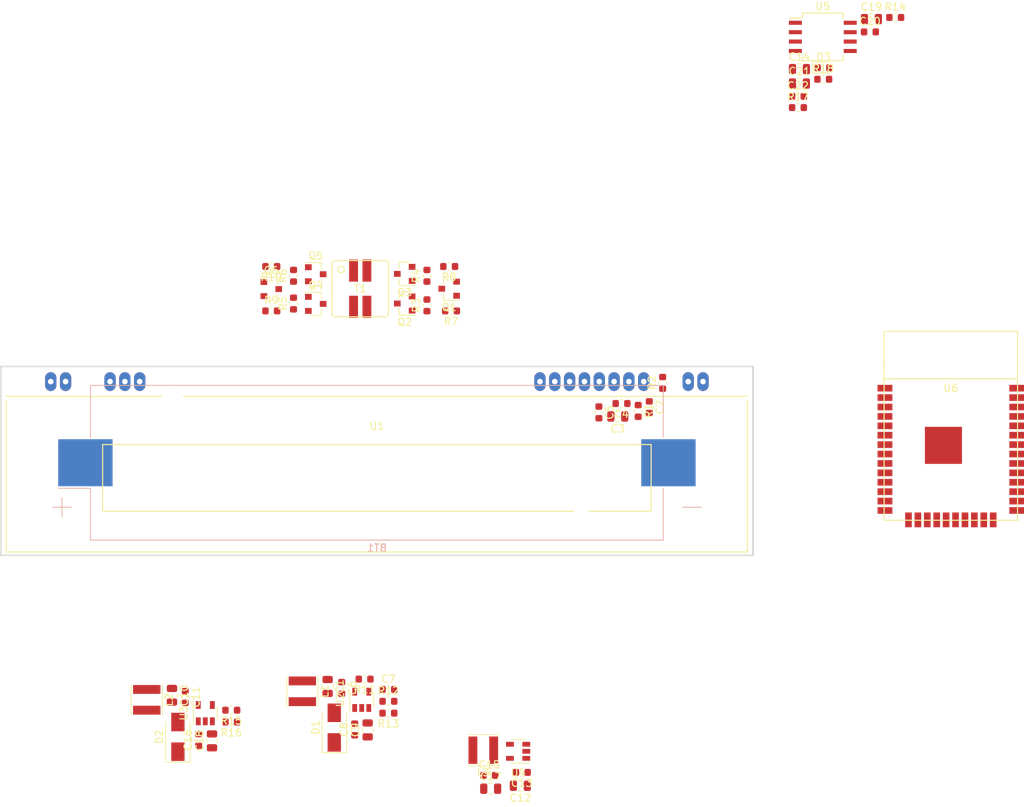
<source format=kicad_pcb>
(kicad_pcb (version 20171130) (host pcbnew 5.0.0)

  (general
    (thickness 1.6)
    (drawings 4)
    (tracks 0)
    (zones 0)
    (modules 60)
    (nets 71)
  )

  (page A4)
  (layers
    (0 F.Cu signal)
    (31 B.Cu signal)
    (32 B.Adhes user)
    (33 F.Adhes user)
    (34 B.Paste user)
    (35 F.Paste user)
    (36 B.SilkS user)
    (37 F.SilkS user)
    (38 B.Mask user)
    (39 F.Mask user)
    (40 Dwgs.User user)
    (41 Cmts.User user)
    (42 Eco1.User user)
    (43 Eco2.User user)
    (44 Edge.Cuts user)
    (45 Margin user)
    (46 B.CrtYd user)
    (47 F.CrtYd user)
    (48 B.Fab user)
    (49 F.Fab user)
  )

  (setup
    (last_trace_width 0.25)
    (trace_clearance 0.2)
    (zone_clearance 0.508)
    (zone_45_only no)
    (trace_min 0.2)
    (segment_width 0.2)
    (edge_width 0.15)
    (via_size 0.8)
    (via_drill 0.4)
    (via_min_size 0.4)
    (via_min_drill 0.3)
    (uvia_size 0.3)
    (uvia_drill 0.1)
    (uvias_allowed no)
    (uvia_min_size 0.2)
    (uvia_min_drill 0.1)
    (pcb_text_width 0.3)
    (pcb_text_size 1.5 1.5)
    (mod_edge_width 0.15)
    (mod_text_size 1 1)
    (mod_text_width 0.15)
    (pad_size 0.975 1.4)
    (pad_drill 0)
    (pad_to_mask_clearance 0.2)
    (aux_axis_origin 0 0)
    (visible_elements FFFFFF7F)
    (pcbplotparams
      (layerselection 0x010fc_ffffffff)
      (usegerberextensions false)
      (usegerberattributes false)
      (usegerberadvancedattributes false)
      (creategerberjobfile false)
      (excludeedgelayer true)
      (linewidth 0.100000)
      (plotframeref false)
      (viasonmask false)
      (mode 1)
      (useauxorigin false)
      (hpglpennumber 1)
      (hpglpenspeed 20)
      (hpglpendiameter 15.000000)
      (psnegative false)
      (psa4output false)
      (plotreference true)
      (plotvalue true)
      (plotinvisibletext false)
      (padsonsilk false)
      (subtractmaskfromsilk false)
      (outputformat 1)
      (mirror false)
      (drillshape 1)
      (scaleselection 1)
      (outputdirectory ""))
  )

  (net 0 "")
  (net 1 +5V)
  (net 2 GND)
  (net 3 +36V)
  (net 4 "Net-(C4-Pad1)")
  (net 5 "Net-(C5-Pad1)")
  (net 6 "Net-(Q1-Pad3)")
  (net 7 "Net-(Q2-Pad1)")
  (net 8 "Net-(Q3-Pad1)")
  (net 9 "Net-(Q6-Pad3)")
  (net 10 "Net-(Q4-Pad1)")
  (net 11 "Net-(Q5-Pad1)")
  (net 12 GPIO15)
  (net 13 "Net-(Q1-Pad1)")
  (net 14 GPIO16)
  (net 15 "Net-(Q6-Pad1)")
  (net 16 "Net-(Q4-Pad3)")
  (net 17 "Net-(Q2-Pad3)")
  (net 18 F-)
  (net 19 F+)
  (net 20 RST)
  (net 21 CS)
  (net 22 CLK)
  (net 23 DIN)
  (net 24 +3V3)
  (net 25 VBAT_SW)
  (net 26 "Net-(C7-Pad1)")
  (net 27 "Net-(D1-Pad2)")
  (net 28 "Net-(R12-Pad1)")
  (net 29 "Net-(D2-Pad2)")
  (net 30 "Net-(L3-Pad1)")
  (net 31 "Net-(R15-Pad1)")
  (net 32 VBAT)
  (net 33 VUSB)
  (net 34 EN)
  (net 35 "Net-(D3-Pad1)")
  (net 36 "Net-(R14-Pad2)")
  (net 37 "Net-(R17-Pad1)")
  (net 38 "Net-(U5-Pad6)")
  (net 39 "Net-(U6-Pad4)")
  (net 40 "Net-(U6-Pad5)")
  (net 41 "Net-(U6-Pad6)")
  (net 42 "Net-(U6-Pad7)")
  (net 43 "Net-(U6-Pad8)")
  (net 44 "Net-(U6-Pad9)")
  (net 45 "Net-(U6-Pad10)")
  (net 46 "Net-(U6-Pad11)")
  (net 47 "Net-(U6-Pad12)")
  (net 48 "Net-(U6-Pad13)")
  (net 49 "Net-(U6-Pad14)")
  (net 50 "Net-(U6-Pad16)")
  (net 51 "Net-(U6-Pad17)")
  (net 52 "Net-(U6-Pad18)")
  (net 53 "Net-(U6-Pad19)")
  (net 54 "Net-(U6-Pad20)")
  (net 55 "Net-(U6-Pad21)")
  (net 56 "Net-(U6-Pad22)")
  (net 57 "Net-(U6-Pad23)")
  (net 58 "Net-(U6-Pad24)")
  (net 59 "Net-(U6-Pad25)")
  (net 60 "Net-(U6-Pad26)")
  (net 61 "Net-(U6-Pad27)")
  (net 62 "Net-(U6-Pad28)")
  (net 63 "Net-(U6-Pad29)")
  (net 64 "Net-(U6-Pad30)")
  (net 65 "Net-(U6-Pad31)")
  (net 66 "Net-(U6-Pad32)")
  (net 67 "Net-(U6-Pad33)")
  (net 68 "Net-(U6-Pad34)")
  (net 69 "Net-(U6-Pad35)")
  (net 70 "Net-(U6-Pad37)")

  (net_class Default "This is the default net class."
    (clearance 0.2)
    (trace_width 0.25)
    (via_dia 0.8)
    (via_drill 0.4)
    (uvia_dia 0.3)
    (uvia_drill 0.1)
    (add_net +36V)
    (add_net +3V3)
    (add_net +5V)
    (add_net CLK)
    (add_net CS)
    (add_net DIN)
    (add_net EN)
    (add_net F+)
    (add_net F-)
    (add_net GND)
    (add_net GPIO15)
    (add_net GPIO16)
    (add_net "Net-(C4-Pad1)")
    (add_net "Net-(C5-Pad1)")
    (add_net "Net-(C7-Pad1)")
    (add_net "Net-(D1-Pad2)")
    (add_net "Net-(D2-Pad2)")
    (add_net "Net-(D3-Pad1)")
    (add_net "Net-(L3-Pad1)")
    (add_net "Net-(Q1-Pad1)")
    (add_net "Net-(Q1-Pad3)")
    (add_net "Net-(Q2-Pad1)")
    (add_net "Net-(Q2-Pad3)")
    (add_net "Net-(Q3-Pad1)")
    (add_net "Net-(Q4-Pad1)")
    (add_net "Net-(Q4-Pad3)")
    (add_net "Net-(Q5-Pad1)")
    (add_net "Net-(Q6-Pad1)")
    (add_net "Net-(Q6-Pad3)")
    (add_net "Net-(R12-Pad1)")
    (add_net "Net-(R14-Pad2)")
    (add_net "Net-(R15-Pad1)")
    (add_net "Net-(R17-Pad1)")
    (add_net "Net-(U5-Pad6)")
    (add_net "Net-(U6-Pad10)")
    (add_net "Net-(U6-Pad11)")
    (add_net "Net-(U6-Pad12)")
    (add_net "Net-(U6-Pad13)")
    (add_net "Net-(U6-Pad14)")
    (add_net "Net-(U6-Pad16)")
    (add_net "Net-(U6-Pad17)")
    (add_net "Net-(U6-Pad18)")
    (add_net "Net-(U6-Pad19)")
    (add_net "Net-(U6-Pad20)")
    (add_net "Net-(U6-Pad21)")
    (add_net "Net-(U6-Pad22)")
    (add_net "Net-(U6-Pad23)")
    (add_net "Net-(U6-Pad24)")
    (add_net "Net-(U6-Pad25)")
    (add_net "Net-(U6-Pad26)")
    (add_net "Net-(U6-Pad27)")
    (add_net "Net-(U6-Pad28)")
    (add_net "Net-(U6-Pad29)")
    (add_net "Net-(U6-Pad30)")
    (add_net "Net-(U6-Pad31)")
    (add_net "Net-(U6-Pad32)")
    (add_net "Net-(U6-Pad33)")
    (add_net "Net-(U6-Pad34)")
    (add_net "Net-(U6-Pad35)")
    (add_net "Net-(U6-Pad37)")
    (add_net "Net-(U6-Pad4)")
    (add_net "Net-(U6-Pad5)")
    (add_net "Net-(U6-Pad6)")
    (add_net "Net-(U6-Pad7)")
    (add_net "Net-(U6-Pad8)")
    (add_net "Net-(U6-Pad9)")
    (add_net RST)
    (add_net VBAT)
    (add_net VBAT_SW)
    (add_net VUSB)
  )

  (module vfd:SRF0703 (layer F.Cu) (tedit 5BA9EA1C) (tstamp 5BA9ED73)
    (at 154 61.5)
    (path /5BA9483E)
    (fp_text reference T1 (at 0 0) (layer F.SilkS)
      (effects (font (size 1 1) (thickness 0.15)))
    )
    (fp_text value Transformer_1P_1S (at 0 -5.5) (layer F.Fab)
      (effects (font (size 1 1) (thickness 0.15)))
    )
    (fp_line (start -3.4 3.8) (end 3.4 3.8) (layer F.SilkS) (width 0.15))
    (fp_line (start 3.8 3.4) (end 3.8 -3.4) (layer F.SilkS) (width 0.15))
    (fp_line (start 3.4 -3.8) (end -3.4 -3.8) (layer F.SilkS) (width 0.15))
    (fp_line (start -3.8 -3.4) (end -3.8 3.4) (layer F.SilkS) (width 0.15))
    (fp_arc (start -3.4 3.4) (end -3.8 3.4) (angle -90) (layer F.SilkS) (width 0.15))
    (fp_arc (start -3.4 -3.4) (end -3.4 -3.8) (angle -90) (layer F.SilkS) (width 0.15))
    (fp_arc (start 3.4 -3.4) (end 3.8 -3.4) (angle -90) (layer F.SilkS) (width 0.15))
    (fp_arc (start 3.4 3.4) (end 3.4 3.8) (angle -90) (layer F.SilkS) (width 0.15))
    (fp_circle (center -2.6 -2.6) (end -2.4 -2.2) (layer F.SilkS) (width 0.15))
    (pad 1 smd rect (at -0.9 -2.45) (size 1.2 3) (layers F.Cu F.Paste F.Mask)
      (net 16 "Net-(Q4-Pad3)"))
    (pad 2 smd rect (at 0.9 -2.45) (size 1.2 3) (layers F.Cu F.Paste F.Mask)
      (net 17 "Net-(Q2-Pad3)"))
    (pad 3 smd rect (at 0.9 2.45) (size 1.2 3) (layers F.Cu F.Paste F.Mask)
      (net 18 F-))
    (pad 4 smd rect (at -0.9 2.45) (size 1.2 3) (layers F.Cu F.Paste F.Mask)
      (net 19 F+))
  )

  (module vfd:HCS-12SS59T (layer F.Cu) (tedit 5BA8FA06) (tstamp 5BA9ED8E)
    (at 156.247001 74.041)
    (path /5BA8FA7B)
    (fp_text reference U1 (at 0 6) (layer F.SilkS)
      (effects (font (size 1 1) (thickness 0.15)))
    )
    (fp_text value HCS-12SS59T (at 0 4) (layer F.Fab)
      (effects (font (size 1 1) (thickness 0.15)))
    )
    (fp_line (start 50 2) (end -50 2) (layer F.SilkS) (width 0.15))
    (fp_line (start -50 2.5) (end -50 23) (layer F.SilkS) (width 0.15))
    (fp_line (start -50 23) (end 50 23) (layer F.SilkS) (width 0.15))
    (fp_line (start 50 23) (end 50 2.5) (layer F.SilkS) (width 0.15))
    (fp_line (start 37 8.5) (end 37 17.5) (layer F.SilkS) (width 0.15))
    (fp_line (start 37 17.5) (end -37 17.5) (layer F.SilkS) (width 0.15))
    (fp_line (start -37 17.5) (end -37 8.5) (layer F.SilkS) (width 0.15))
    (fp_line (start -37 8.5) (end 37 8.5) (layer F.SilkS) (width 0.15))
    (pad 1 thru_hole oval (at 44 0) (size 1.524 2.54) (drill 0.762) (layers *.Cu *.Mask)
      (net 18 F-))
    (pad 2 thru_hole oval (at 42 0) (size 1.524 2.54) (drill 0.762) (layers *.Cu *.Mask)
      (net 18 F-))
    (pad 5 thru_hole oval (at 36 0) (size 1.524 2.54) (drill 0.762) (layers *.Cu *.Mask)
      (net 1 +5V))
    (pad 6 thru_hole oval (at 34 0) (size 1.524 2.54) (drill 0.762) (layers *.Cu *.Mask)
      (net 4 "Net-(C4-Pad1)"))
    (pad 7 thru_hole oval (at 32 0) (size 1.524 2.54) (drill 0.762) (layers *.Cu *.Mask)
      (net 2 GND))
    (pad 8 thru_hole oval (at 30 0) (size 1.524 2.54) (drill 0.762) (layers *.Cu *.Mask)
      (net 5 "Net-(C5-Pad1)"))
    (pad 9 thru_hole oval (at 28 0) (size 1.524 2.54) (drill 0.762) (layers *.Cu *.Mask)
      (net 20 RST))
    (pad 10 thru_hole oval (at 26 0) (size 1.524 2.54) (drill 0.762) (layers *.Cu *.Mask)
      (net 21 CS))
    (pad 11 thru_hole oval (at 24 0) (size 1.524 2.54) (drill 0.762) (layers *.Cu *.Mask)
      (net 22 CLK))
    (pad 12 thru_hole oval (at 22 0) (size 1.524 2.54) (drill 0.762) (layers *.Cu *.Mask)
      (net 23 DIN))
    (pad 39 thru_hole oval (at -32 0) (size 1.524 2.54) (drill 0.762) (layers *.Cu *.Mask))
    (pad 40 thru_hole oval (at -34 0) (size 1.524 2.54) (drill 0.762) (layers *.Cu *.Mask))
    (pad 41 thru_hole oval (at -36 0) (size 1.524 2.54) (drill 0.762) (layers *.Cu *.Mask))
    (pad 44 thru_hole oval (at -42 0) (size 1.524 2.54) (drill 0.762) (layers *.Cu *.Mask)
      (net 19 F+))
    (pad 45 thru_hole oval (at -44 0) (size 1.524 2.54) (drill 0.762) (layers *.Cu *.Mask)
      (net 19 F+))
  )

  (module Battery:BatteryHolder_Keystone_1042_1x18650 (layer B.Cu) (tedit 5A033499) (tstamp 5BB63892)
    (at 156.25 85)
    (descr "Battery holder for 18650 cylindrical cells http://www.keyelco.com/product.cfm/product_id/918")
    (tags "18650 Keystone 1042 Li-ion")
    (path /5BAC6506)
    (attr smd)
    (fp_text reference BT1 (at 0 11.5) (layer B.SilkS)
      (effects (font (size 1 1) (thickness 0.15)) (justify mirror))
    )
    (fp_text value Battery_Cell (at 0 -11.3) (layer B.Fab)
      (effects (font (size 1 1) (thickness 0.15)) (justify mirror))
    )
    (fp_line (start -33.3675 10.33) (end -38.53 5.1675) (layer B.Fab) (width 0.1))
    (fp_line (start -38.64 3.44) (end -43 3.44) (layer B.SilkS) (width 0.12))
    (fp_line (start 43.5 -3.68) (end 43.5 3.68) (layer B.CrtYd) (width 0.05))
    (fp_line (start 39.03 -10.83) (end 39.03 -3.68) (layer B.CrtYd) (width 0.05))
    (fp_text user %R (at 0 0) (layer B.Fab)
      (effects (font (size 1 1) (thickness 0.15)) (justify mirror))
    )
    (fp_line (start -38.64 -10.44) (end -38.64 -3.44) (layer B.SilkS) (width 0.12))
    (fp_line (start 38.64 -10.44) (end -38.64 -10.44) (layer B.SilkS) (width 0.12))
    (fp_line (start 38.64 -3.44) (end 38.64 -10.44) (layer B.SilkS) (width 0.12))
    (fp_line (start -38.64 10.44) (end -38.64 3.44) (layer B.SilkS) (width 0.12))
    (fp_line (start 38.64 10.44) (end -38.64 10.44) (layer B.SilkS) (width 0.12))
    (fp_line (start 38.64 3.44) (end 38.64 10.42) (layer B.SilkS) (width 0.12))
    (fp_line (start -38.53 -10.33) (end 38.53 -10.33) (layer B.Fab) (width 0.1))
    (fp_line (start -38.53 5.1675) (end -38.53 -10.33) (layer B.Fab) (width 0.1))
    (fp_line (start 43.75 6) (end 41.25 6) (layer B.SilkS) (width 0.12))
    (fp_line (start -33.3675 10.33) (end 38.53 10.33) (layer B.Fab) (width 0.1))
    (fp_line (start 38.53 10.33) (end 38.53 -10.33) (layer B.Fab) (width 0.1))
    (fp_line (start -39.03 -10.83) (end 39.03 -10.83) (layer B.CrtYd) (width 0.05))
    (fp_line (start -39.03 10.83) (end 39.03 10.83) (layer B.CrtYd) (width 0.05))
    (fp_line (start 39.03 10.83) (end 39.03 3.68) (layer B.CrtYd) (width 0.05))
    (fp_line (start -39.03 -10.83) (end -39.03 -3.68) (layer B.CrtYd) (width 0.05))
    (fp_line (start -39.03 10.83) (end -39.03 3.68) (layer B.CrtYd) (width 0.05))
    (fp_line (start 39.03 -3.68) (end 43.5 -3.68) (layer B.CrtYd) (width 0.05))
    (fp_line (start 43.5 3.68) (end 39.03 3.68) (layer B.CrtYd) (width 0.05))
    (fp_line (start -43.5 3.68) (end -39.03 3.68) (layer B.CrtYd) (width 0.05))
    (fp_line (start -43.5 -3.68) (end -43.5 3.68) (layer B.CrtYd) (width 0.05))
    (fp_line (start -39.03 -3.68) (end -43.5 -3.68) (layer B.CrtYd) (width 0.05))
    (fp_line (start -43.75 6) (end -41.25 6) (layer B.SilkS) (width 0.12))
    (fp_line (start -42.5 4.75) (end -42.5 7.25) (layer B.SilkS) (width 0.12))
    (pad 1 smd rect (at -39.33 0) (size 7.34 6.35) (layers B.Cu B.Paste B.Mask)
      (net 32 VBAT))
    (pad 2 smd rect (at 39.33 0) (size 7.34 6.35) (layers B.Cu B.Paste B.Mask)
      (net 2 GND))
    (pad "" np_thru_hole circle (at 27.6 8) (size 3.45 3.45) (drill 3.45) (layers *.Cu *.Mask))
    (pad "" np_thru_hole circle (at -27.6 -8) (size 3.45 3.45) (drill 3.45) (layers *.Cu *.Mask))
    (pad "" np_thru_hole circle (at -35.93 8) (size 2.39 2.39) (drill 2.39) (layers *.Cu *.Mask))
    (model ${KISYS3DMOD}/Battery.3dshapes/BatteryHolder_Keystone_1042_1x18650.wrl
      (at (xyz 0 0 0))
      (scale (xyz 1 1 1))
      (rotate (xyz 0 0 0))
    )
  )

  (module Capacitor_SMD:C_0805_2012Metric (layer F.Cu) (tedit 5B36C52B) (tstamp 5BB638B6)
    (at 149.6 115.2 270)
    (descr "Capacitor SMD 0805 (2012 Metric), square (rectangular) end terminal, IPC_7351 nominal, (Body size source: https://docs.google.com/spreadsheets/d/1BsfQQcO9C6DZCsRaXUlFlo91Tg2WpOkGARC1WS5S8t0/edit?usp=sharing), generated with kicad-footprint-generator")
    (tags capacitor)
    (path /5BA90C88)
    (attr smd)
    (fp_text reference C1 (at 0 -1.65 270) (layer F.SilkS)
      (effects (font (size 1 1) (thickness 0.15)))
    )
    (fp_text value 1u (at 0 1.65 270) (layer F.Fab)
      (effects (font (size 1 1) (thickness 0.15)))
    )
    (fp_text user %R (at 0 0 270) (layer F.Fab)
      (effects (font (size 0.5 0.5) (thickness 0.08)))
    )
    (fp_line (start 1.68 0.95) (end -1.68 0.95) (layer F.CrtYd) (width 0.05))
    (fp_line (start 1.68 -0.95) (end 1.68 0.95) (layer F.CrtYd) (width 0.05))
    (fp_line (start -1.68 -0.95) (end 1.68 -0.95) (layer F.CrtYd) (width 0.05))
    (fp_line (start -1.68 0.95) (end -1.68 -0.95) (layer F.CrtYd) (width 0.05))
    (fp_line (start -0.258578 0.71) (end 0.258578 0.71) (layer F.SilkS) (width 0.12))
    (fp_line (start -0.258578 -0.71) (end 0.258578 -0.71) (layer F.SilkS) (width 0.12))
    (fp_line (start 1 0.6) (end -1 0.6) (layer F.Fab) (width 0.1))
    (fp_line (start 1 -0.6) (end 1 0.6) (layer F.Fab) (width 0.1))
    (fp_line (start -1 -0.6) (end 1 -0.6) (layer F.Fab) (width 0.1))
    (fp_line (start -1 0.6) (end -1 -0.6) (layer F.Fab) (width 0.1))
    (pad 2 smd roundrect (at 0.9375 0 270) (size 0.975 1.4) (layers F.Cu F.Paste F.Mask) (roundrect_rratio 0.25)
      (net 2 GND))
    (pad 1 smd roundrect (at -0.9375 0 270) (size 0.975 1.4) (layers F.Cu F.Paste F.Mask) (roundrect_rratio 0.25)
      (net 25 VBAT_SW))
    (model ${KISYS3DMOD}/Capacitor_SMD.3dshapes/C_0805_2012Metric.wrl
      (at (xyz 0 0 0))
      (scale (xyz 1 1 1))
      (rotate (xyz 0 0 0))
    )
  )

  (module Capacitor_SMD:C_0603_1608Metric (layer F.Cu) (tedit 5B301BBE) (tstamp 5BB638C6)
    (at 193 77.5 270)
    (descr "Capacitor SMD 0603 (1608 Metric), square (rectangular) end terminal, IPC_7351 nominal, (Body size source: http://www.tortai-tech.com/upload/download/2011102023233369053.pdf), generated with kicad-footprint-generator")
    (tags capacitor)
    (path /5BA90CD0)
    (attr smd)
    (fp_text reference C2 (at 0 -1.43 270) (layer F.SilkS)
      (effects (font (size 1 1) (thickness 0.15)))
    )
    (fp_text value 100n (at 0 1.43 270) (layer F.Fab)
      (effects (font (size 1 1) (thickness 0.15)))
    )
    (fp_line (start -0.8 0.4) (end -0.8 -0.4) (layer F.Fab) (width 0.1))
    (fp_line (start -0.8 -0.4) (end 0.8 -0.4) (layer F.Fab) (width 0.1))
    (fp_line (start 0.8 -0.4) (end 0.8 0.4) (layer F.Fab) (width 0.1))
    (fp_line (start 0.8 0.4) (end -0.8 0.4) (layer F.Fab) (width 0.1))
    (fp_line (start -0.162779 -0.51) (end 0.162779 -0.51) (layer F.SilkS) (width 0.12))
    (fp_line (start -0.162779 0.51) (end 0.162779 0.51) (layer F.SilkS) (width 0.12))
    (fp_line (start -1.48 0.73) (end -1.48 -0.73) (layer F.CrtYd) (width 0.05))
    (fp_line (start -1.48 -0.73) (end 1.48 -0.73) (layer F.CrtYd) (width 0.05))
    (fp_line (start 1.48 -0.73) (end 1.48 0.73) (layer F.CrtYd) (width 0.05))
    (fp_line (start 1.48 0.73) (end -1.48 0.73) (layer F.CrtYd) (width 0.05))
    (fp_text user %R (at 0 0 270) (layer F.Fab)
      (effects (font (size 0.4 0.4) (thickness 0.06)))
    )
    (pad 1 smd roundrect (at -0.7875 0 270) (size 0.875 0.95) (layers F.Cu F.Paste F.Mask) (roundrect_rratio 0.25)
      (net 1 +5V))
    (pad 2 smd roundrect (at 0.7875 0 270) (size 0.875 0.95) (layers F.Cu F.Paste F.Mask) (roundrect_rratio 0.25)
      (net 2 GND))
    (model ${KISYS3DMOD}/Capacitor_SMD.3dshapes/C_0603_1608Metric.wrl
      (at (xyz 0 0 0))
      (scale (xyz 1 1 1))
      (rotate (xyz 0 0 0))
    )
  )

  (module Capacitor_SMD:C_0805_2012Metric (layer F.Cu) (tedit 5B36C52B) (tstamp 5BB638D6)
    (at 188.75 78.75 180)
    (descr "Capacitor SMD 0805 (2012 Metric), square (rectangular) end terminal, IPC_7351 nominal, (Body size source: https://docs.google.com/spreadsheets/d/1BsfQQcO9C6DZCsRaXUlFlo91Tg2WpOkGARC1WS5S8t0/edit?usp=sharing), generated with kicad-footprint-generator")
    (tags capacitor)
    (path /5BA9DF6F)
    (attr smd)
    (fp_text reference C3 (at 0 -1.65 180) (layer F.SilkS)
      (effects (font (size 1 1) (thickness 0.15)))
    )
    (fp_text value 1u (at 0 1.65 180) (layer F.Fab)
      (effects (font (size 1 1) (thickness 0.15)))
    )
    (fp_line (start -1 0.6) (end -1 -0.6) (layer F.Fab) (width 0.1))
    (fp_line (start -1 -0.6) (end 1 -0.6) (layer F.Fab) (width 0.1))
    (fp_line (start 1 -0.6) (end 1 0.6) (layer F.Fab) (width 0.1))
    (fp_line (start 1 0.6) (end -1 0.6) (layer F.Fab) (width 0.1))
    (fp_line (start -0.258578 -0.71) (end 0.258578 -0.71) (layer F.SilkS) (width 0.12))
    (fp_line (start -0.258578 0.71) (end 0.258578 0.71) (layer F.SilkS) (width 0.12))
    (fp_line (start -1.68 0.95) (end -1.68 -0.95) (layer F.CrtYd) (width 0.05))
    (fp_line (start -1.68 -0.95) (end 1.68 -0.95) (layer F.CrtYd) (width 0.05))
    (fp_line (start 1.68 -0.95) (end 1.68 0.95) (layer F.CrtYd) (width 0.05))
    (fp_line (start 1.68 0.95) (end -1.68 0.95) (layer F.CrtYd) (width 0.05))
    (fp_text user %R (at 0 0 180) (layer F.Fab)
      (effects (font (size 0.5 0.5) (thickness 0.08)))
    )
    (pad 1 smd roundrect (at -0.9375 0 180) (size 0.975 1.4) (layers F.Cu F.Paste F.Mask) (roundrect_rratio 0.25)
      (net 3 +36V))
    (pad 2 smd roundrect (at 0.9375 0 180) (size 0.975 1.4) (layers F.Cu F.Paste F.Mask) (roundrect_rratio 0.25)
      (net 2 GND))
    (model ${KISYS3DMOD}/Capacitor_SMD.3dshapes/C_0805_2012Metric.wrl
      (at (xyz 0 0 0))
      (scale (xyz 1 1 1))
      (rotate (xyz 0 0 0))
    )
  )

  (module Capacitor_SMD:C_0603_1608Metric (layer F.Cu) (tedit 5B301BBE) (tstamp 5BB638E6)
    (at 189.25 77 180)
    (descr "Capacitor SMD 0603 (1608 Metric), square (rectangular) end terminal, IPC_7351 nominal, (Body size source: http://www.tortai-tech.com/upload/download/2011102023233369053.pdf), generated with kicad-footprint-generator")
    (tags capacitor)
    (path /5BA9DE05)
    (attr smd)
    (fp_text reference C4 (at 0 -1.43 180) (layer F.SilkS)
      (effects (font (size 1 1) (thickness 0.15)))
    )
    (fp_text value 100n (at 0 1.43 180) (layer F.Fab)
      (effects (font (size 1 1) (thickness 0.15)))
    )
    (fp_text user %R (at 0 0 180) (layer F.Fab)
      (effects (font (size 0.4 0.4) (thickness 0.06)))
    )
    (fp_line (start 1.48 0.73) (end -1.48 0.73) (layer F.CrtYd) (width 0.05))
    (fp_line (start 1.48 -0.73) (end 1.48 0.73) (layer F.CrtYd) (width 0.05))
    (fp_line (start -1.48 -0.73) (end 1.48 -0.73) (layer F.CrtYd) (width 0.05))
    (fp_line (start -1.48 0.73) (end -1.48 -0.73) (layer F.CrtYd) (width 0.05))
    (fp_line (start -0.162779 0.51) (end 0.162779 0.51) (layer F.SilkS) (width 0.12))
    (fp_line (start -0.162779 -0.51) (end 0.162779 -0.51) (layer F.SilkS) (width 0.12))
    (fp_line (start 0.8 0.4) (end -0.8 0.4) (layer F.Fab) (width 0.1))
    (fp_line (start 0.8 -0.4) (end 0.8 0.4) (layer F.Fab) (width 0.1))
    (fp_line (start -0.8 -0.4) (end 0.8 -0.4) (layer F.Fab) (width 0.1))
    (fp_line (start -0.8 0.4) (end -0.8 -0.4) (layer F.Fab) (width 0.1))
    (pad 2 smd roundrect (at 0.7875 0 180) (size 0.875 0.95) (layers F.Cu F.Paste F.Mask) (roundrect_rratio 0.25)
      (net 2 GND))
    (pad 1 smd roundrect (at -0.7875 0 180) (size 0.875 0.95) (layers F.Cu F.Paste F.Mask) (roundrect_rratio 0.25)
      (net 4 "Net-(C4-Pad1)"))
    (model ${KISYS3DMOD}/Capacitor_SMD.3dshapes/C_0603_1608Metric.wrl
      (at (xyz 0 0 0))
      (scale (xyz 1 1 1))
      (rotate (xyz 0 0 0))
    )
  )

  (module Capacitor_SMD:C_0603_1608Metric (layer F.Cu) (tedit 5B301BBE) (tstamp 5BB638F6)
    (at 186.2 78.2 270)
    (descr "Capacitor SMD 0603 (1608 Metric), square (rectangular) end terminal, IPC_7351 nominal, (Body size source: http://www.tortai-tech.com/upload/download/2011102023233369053.pdf), generated with kicad-footprint-generator")
    (tags capacitor)
    (path /5BA8FEC5)
    (attr smd)
    (fp_text reference C5 (at 0 -1.43 270) (layer F.SilkS)
      (effects (font (size 1 1) (thickness 0.15)))
    )
    (fp_text value 82p (at 0 1.43 270) (layer F.Fab)
      (effects (font (size 1 1) (thickness 0.15)))
    )
    (fp_text user %R (at 0 0 270) (layer F.Fab)
      (effects (font (size 0.4 0.4) (thickness 0.06)))
    )
    (fp_line (start 1.48 0.73) (end -1.48 0.73) (layer F.CrtYd) (width 0.05))
    (fp_line (start 1.48 -0.73) (end 1.48 0.73) (layer F.CrtYd) (width 0.05))
    (fp_line (start -1.48 -0.73) (end 1.48 -0.73) (layer F.CrtYd) (width 0.05))
    (fp_line (start -1.48 0.73) (end -1.48 -0.73) (layer F.CrtYd) (width 0.05))
    (fp_line (start -0.162779 0.51) (end 0.162779 0.51) (layer F.SilkS) (width 0.12))
    (fp_line (start -0.162779 -0.51) (end 0.162779 -0.51) (layer F.SilkS) (width 0.12))
    (fp_line (start 0.8 0.4) (end -0.8 0.4) (layer F.Fab) (width 0.1))
    (fp_line (start 0.8 -0.4) (end 0.8 0.4) (layer F.Fab) (width 0.1))
    (fp_line (start -0.8 -0.4) (end 0.8 -0.4) (layer F.Fab) (width 0.1))
    (fp_line (start -0.8 0.4) (end -0.8 -0.4) (layer F.Fab) (width 0.1))
    (pad 2 smd roundrect (at 0.7875 0 270) (size 0.875 0.95) (layers F.Cu F.Paste F.Mask) (roundrect_rratio 0.25)
      (net 2 GND))
    (pad 1 smd roundrect (at -0.7875 0 270) (size 0.875 0.95) (layers F.Cu F.Paste F.Mask) (roundrect_rratio 0.25)
      (net 5 "Net-(C5-Pad1)"))
    (model ${KISYS3DMOD}/Capacitor_SMD.3dshapes/C_0603_1608Metric.wrl
      (at (xyz 0 0 0))
      (scale (xyz 1 1 1))
      (rotate (xyz 0 0 0))
    )
  )

  (module Capacitor_SMD:C_0603_1608Metric (layer F.Cu) (tedit 5B301BBE) (tstamp 5BB63906)
    (at 151.5 115.4 270)
    (descr "Capacitor SMD 0603 (1608 Metric), square (rectangular) end terminal, IPC_7351 nominal, (Body size source: http://www.tortai-tech.com/upload/download/2011102023233369053.pdf), generated with kicad-footprint-generator")
    (tags capacitor)
    (path /5BAA1353)
    (attr smd)
    (fp_text reference C6 (at 0 -1.43 270) (layer F.SilkS)
      (effects (font (size 1 1) (thickness 0.15)))
    )
    (fp_text value 100n (at 0 1.43 270) (layer F.Fab)
      (effects (font (size 1 1) (thickness 0.15)))
    )
    (fp_line (start -0.8 0.4) (end -0.8 -0.4) (layer F.Fab) (width 0.1))
    (fp_line (start -0.8 -0.4) (end 0.8 -0.4) (layer F.Fab) (width 0.1))
    (fp_line (start 0.8 -0.4) (end 0.8 0.4) (layer F.Fab) (width 0.1))
    (fp_line (start 0.8 0.4) (end -0.8 0.4) (layer F.Fab) (width 0.1))
    (fp_line (start -0.162779 -0.51) (end 0.162779 -0.51) (layer F.SilkS) (width 0.12))
    (fp_line (start -0.162779 0.51) (end 0.162779 0.51) (layer F.SilkS) (width 0.12))
    (fp_line (start -1.48 0.73) (end -1.48 -0.73) (layer F.CrtYd) (width 0.05))
    (fp_line (start -1.48 -0.73) (end 1.48 -0.73) (layer F.CrtYd) (width 0.05))
    (fp_line (start 1.48 -0.73) (end 1.48 0.73) (layer F.CrtYd) (width 0.05))
    (fp_line (start 1.48 0.73) (end -1.48 0.73) (layer F.CrtYd) (width 0.05))
    (fp_text user %R (at 0 0 270) (layer F.Fab)
      (effects (font (size 0.4 0.4) (thickness 0.06)))
    )
    (pad 1 smd roundrect (at -0.7875 0 270) (size 0.875 0.95) (layers F.Cu F.Paste F.Mask) (roundrect_rratio 0.25)
      (net 25 VBAT_SW))
    (pad 2 smd roundrect (at 0.7875 0 270) (size 0.875 0.95) (layers F.Cu F.Paste F.Mask) (roundrect_rratio 0.25)
      (net 2 GND))
    (model ${KISYS3DMOD}/Capacitor_SMD.3dshapes/C_0603_1608Metric.wrl
      (at (xyz 0 0 0))
      (scale (xyz 1 1 1))
      (rotate (xyz 0 0 0))
    )
  )

  (module Capacitor_SMD:C_0603_1608Metric (layer F.Cu) (tedit 5B301BBE) (tstamp 5BB63916)
    (at 157.8 115.6)
    (descr "Capacitor SMD 0603 (1608 Metric), square (rectangular) end terminal, IPC_7351 nominal, (Body size source: http://www.tortai-tech.com/upload/download/2011102023233369053.pdf), generated with kicad-footprint-generator")
    (tags capacitor)
    (path /5BAA2174)
    (attr smd)
    (fp_text reference C7 (at 0 -1.43) (layer F.SilkS)
      (effects (font (size 1 1) (thickness 0.15)))
    )
    (fp_text value TBD (at 0 1.43) (layer F.Fab)
      (effects (font (size 1 1) (thickness 0.15)))
    )
    (fp_line (start -0.8 0.4) (end -0.8 -0.4) (layer F.Fab) (width 0.1))
    (fp_line (start -0.8 -0.4) (end 0.8 -0.4) (layer F.Fab) (width 0.1))
    (fp_line (start 0.8 -0.4) (end 0.8 0.4) (layer F.Fab) (width 0.1))
    (fp_line (start 0.8 0.4) (end -0.8 0.4) (layer F.Fab) (width 0.1))
    (fp_line (start -0.162779 -0.51) (end 0.162779 -0.51) (layer F.SilkS) (width 0.12))
    (fp_line (start -0.162779 0.51) (end 0.162779 0.51) (layer F.SilkS) (width 0.12))
    (fp_line (start -1.48 0.73) (end -1.48 -0.73) (layer F.CrtYd) (width 0.05))
    (fp_line (start -1.48 -0.73) (end 1.48 -0.73) (layer F.CrtYd) (width 0.05))
    (fp_line (start 1.48 -0.73) (end 1.48 0.73) (layer F.CrtYd) (width 0.05))
    (fp_line (start 1.48 0.73) (end -1.48 0.73) (layer F.CrtYd) (width 0.05))
    (fp_text user %R (at 0 0) (layer F.Fab)
      (effects (font (size 0.4 0.4) (thickness 0.06)))
    )
    (pad 1 smd roundrect (at -0.7875 0) (size 0.875 0.95) (layers F.Cu F.Paste F.Mask) (roundrect_rratio 0.25)
      (net 26 "Net-(C7-Pad1)"))
    (pad 2 smd roundrect (at 0.7875 0) (size 0.875 0.95) (layers F.Cu F.Paste F.Mask) (roundrect_rratio 0.25)
      (net 2 GND))
    (model ${KISYS3DMOD}/Capacitor_SMD.3dshapes/C_0603_1608Metric.wrl
      (at (xyz 0 0 0))
      (scale (xyz 1 1 1))
      (rotate (xyz 0 0 0))
    )
  )

  (module Capacitor_SMD:C_0603_1608Metric (layer F.Cu) (tedit 5B301BBE) (tstamp 5BB63926)
    (at 153.25 121 90)
    (descr "Capacitor SMD 0603 (1608 Metric), square (rectangular) end terminal, IPC_7351 nominal, (Body size source: http://www.tortai-tech.com/upload/download/2011102023233369053.pdf), generated with kicad-footprint-generator")
    (tags capacitor)
    (path /5BAA434F)
    (attr smd)
    (fp_text reference C8 (at 0 -1.43 90) (layer F.SilkS)
      (effects (font (size 1 1) (thickness 0.15)))
    )
    (fp_text value 100n (at 0 1.43 90) (layer F.Fab)
      (effects (font (size 1 1) (thickness 0.15)))
    )
    (fp_text user %R (at 0 0 90) (layer F.Fab)
      (effects (font (size 0.4 0.4) (thickness 0.06)))
    )
    (fp_line (start 1.48 0.73) (end -1.48 0.73) (layer F.CrtYd) (width 0.05))
    (fp_line (start 1.48 -0.73) (end 1.48 0.73) (layer F.CrtYd) (width 0.05))
    (fp_line (start -1.48 -0.73) (end 1.48 -0.73) (layer F.CrtYd) (width 0.05))
    (fp_line (start -1.48 0.73) (end -1.48 -0.73) (layer F.CrtYd) (width 0.05))
    (fp_line (start -0.162779 0.51) (end 0.162779 0.51) (layer F.SilkS) (width 0.12))
    (fp_line (start -0.162779 -0.51) (end 0.162779 -0.51) (layer F.SilkS) (width 0.12))
    (fp_line (start 0.8 0.4) (end -0.8 0.4) (layer F.Fab) (width 0.1))
    (fp_line (start 0.8 -0.4) (end 0.8 0.4) (layer F.Fab) (width 0.1))
    (fp_line (start -0.8 -0.4) (end 0.8 -0.4) (layer F.Fab) (width 0.1))
    (fp_line (start -0.8 0.4) (end -0.8 -0.4) (layer F.Fab) (width 0.1))
    (pad 2 smd roundrect (at 0.7875 0 90) (size 0.875 0.95) (layers F.Cu F.Paste F.Mask) (roundrect_rratio 0.25)
      (net 2 GND))
    (pad 1 smd roundrect (at -0.7875 0 90) (size 0.875 0.95) (layers F.Cu F.Paste F.Mask) (roundrect_rratio 0.25)
      (net 3 +36V))
    (model ${KISYS3DMOD}/Capacitor_SMD.3dshapes/C_0603_1608Metric.wrl
      (at (xyz 0 0 0))
      (scale (xyz 1 1 1))
      (rotate (xyz 0 0 0))
    )
  )

  (module Capacitor_SMD:C_0805_2012Metric (layer F.Cu) (tedit 5B36C52B) (tstamp 5BB63936)
    (at 155 121.0625 90)
    (descr "Capacitor SMD 0805 (2012 Metric), square (rectangular) end terminal, IPC_7351 nominal, (Body size source: https://docs.google.com/spreadsheets/d/1BsfQQcO9C6DZCsRaXUlFlo91Tg2WpOkGARC1WS5S8t0/edit?usp=sharing), generated with kicad-footprint-generator")
    (tags capacitor)
    (path /5BAA42C7)
    (attr smd)
    (fp_text reference C9 (at 0 -1.65 90) (layer F.SilkS)
      (effects (font (size 1 1) (thickness 0.15)))
    )
    (fp_text value 1u (at 0 1.65 90) (layer F.Fab)
      (effects (font (size 1 1) (thickness 0.15)))
    )
    (fp_text user %R (at 0 0 90) (layer F.Fab)
      (effects (font (size 0.5 0.5) (thickness 0.08)))
    )
    (fp_line (start 1.68 0.95) (end -1.68 0.95) (layer F.CrtYd) (width 0.05))
    (fp_line (start 1.68 -0.95) (end 1.68 0.95) (layer F.CrtYd) (width 0.05))
    (fp_line (start -1.68 -0.95) (end 1.68 -0.95) (layer F.CrtYd) (width 0.05))
    (fp_line (start -1.68 0.95) (end -1.68 -0.95) (layer F.CrtYd) (width 0.05))
    (fp_line (start -0.258578 0.71) (end 0.258578 0.71) (layer F.SilkS) (width 0.12))
    (fp_line (start -0.258578 -0.71) (end 0.258578 -0.71) (layer F.SilkS) (width 0.12))
    (fp_line (start 1 0.6) (end -1 0.6) (layer F.Fab) (width 0.1))
    (fp_line (start 1 -0.6) (end 1 0.6) (layer F.Fab) (width 0.1))
    (fp_line (start -1 -0.6) (end 1 -0.6) (layer F.Fab) (width 0.1))
    (fp_line (start -1 0.6) (end -1 -0.6) (layer F.Fab) (width 0.1))
    (pad 2 smd roundrect (at 0.9375 0 90) (size 0.975 1.4) (layers F.Cu F.Paste F.Mask) (roundrect_rratio 0.25)
      (net 2 GND))
    (pad 1 smd roundrect (at -0.9375 0 90) (size 0.975 1.4) (layers F.Cu F.Paste F.Mask) (roundrect_rratio 0.25)
      (net 3 +36V))
    (model ${KISYS3DMOD}/Capacitor_SMD.3dshapes/C_0805_2012Metric.wrl
      (at (xyz 0 0 0))
      (scale (xyz 1 1 1))
      (rotate (xyz 0 0 0))
    )
  )

  (module Capacitor_SMD:C_0805_2012Metric (layer F.Cu) (tedit 5BAA30C9) (tstamp 5BB63946)
    (at 128.6 116.4 270)
    (descr "Capacitor SMD 0805 (2012 Metric), square (rectangular) end terminal, IPC_7351 nominal, (Body size source: https://docs.google.com/spreadsheets/d/1BsfQQcO9C6DZCsRaXUlFlo91Tg2WpOkGARC1WS5S8t0/edit?usp=sharing), generated with kicad-footprint-generator")
    (tags capacitor)
    (path /5BAA9776)
    (attr smd)
    (fp_text reference C10 (at 0 -1.65 270) (layer F.SilkS)
      (effects (font (size 1 1) (thickness 0.15)))
    )
    (fp_text value 1u (at 0 1.65 270) (layer F.Fab)
      (effects (font (size 1 1) (thickness 0.15)))
    )
    (fp_line (start -1 0.6) (end -1 -0.6) (layer F.Fab) (width 0.1))
    (fp_line (start -1 -0.6) (end 1 -0.6) (layer F.Fab) (width 0.1))
    (fp_line (start 1 -0.6) (end 1 0.6) (layer F.Fab) (width 0.1))
    (fp_line (start 1 0.6) (end -1 0.6) (layer F.Fab) (width 0.1))
    (fp_line (start -0.258578 -0.71) (end 0.258578 -0.71) (layer F.SilkS) (width 0.12))
    (fp_line (start -0.258578 0.71) (end 0.258578 0.71) (layer F.SilkS) (width 0.12))
    (fp_line (start -1.68 0.95) (end -1.68 -0.95) (layer F.CrtYd) (width 0.05))
    (fp_line (start -1.68 -0.95) (end 1.68 -0.95) (layer F.CrtYd) (width 0.05))
    (fp_line (start 1.68 -0.95) (end 1.68 0.95) (layer F.CrtYd) (width 0.05))
    (fp_line (start 1.68 0.95) (end -1.68 0.95) (layer F.CrtYd) (width 0.05))
    (fp_text user %R (at 0 0 270) (layer F.Fab)
      (effects (font (size 0.5 0.5) (thickness 0.08)))
    )
    (pad 1 smd roundrect (at -0.9375 0 270) (size 0.975 1.4) (layers F.Cu F.Paste F.Mask) (roundrect_rratio 0.25)
      (net 25 VBAT_SW))
    (pad 2 smd roundrect (at 0.9 0 270) (size 0.975 1.4) (layers F.Cu F.Paste F.Mask) (roundrect_rratio 0.25)
      (net 2 GND))
    (model ${KISYS3DMOD}/Capacitor_SMD.3dshapes/C_0805_2012Metric.wrl
      (at (xyz 0 0 0))
      (scale (xyz 1 1 1))
      (rotate (xyz 0 0 0))
    )
  )

  (module Capacitor_SMD:C_0603_1608Metric (layer F.Cu) (tedit 5B301BBE) (tstamp 5BB63956)
    (at 130.4 116.6125 270)
    (descr "Capacitor SMD 0603 (1608 Metric), square (rectangular) end terminal, IPC_7351 nominal, (Body size source: http://www.tortai-tech.com/upload/download/2011102023233369053.pdf), generated with kicad-footprint-generator")
    (tags capacitor)
    (path /5BAA978E)
    (attr smd)
    (fp_text reference C11 (at 0 -1.43 270) (layer F.SilkS)
      (effects (font (size 1 1) (thickness 0.15)))
    )
    (fp_text value 100n (at 0 1.43 270) (layer F.Fab)
      (effects (font (size 1 1) (thickness 0.15)))
    )
    (fp_line (start -0.8 0.4) (end -0.8 -0.4) (layer F.Fab) (width 0.1))
    (fp_line (start -0.8 -0.4) (end 0.8 -0.4) (layer F.Fab) (width 0.1))
    (fp_line (start 0.8 -0.4) (end 0.8 0.4) (layer F.Fab) (width 0.1))
    (fp_line (start 0.8 0.4) (end -0.8 0.4) (layer F.Fab) (width 0.1))
    (fp_line (start -0.162779 -0.51) (end 0.162779 -0.51) (layer F.SilkS) (width 0.12))
    (fp_line (start -0.162779 0.51) (end 0.162779 0.51) (layer F.SilkS) (width 0.12))
    (fp_line (start -1.48 0.73) (end -1.48 -0.73) (layer F.CrtYd) (width 0.05))
    (fp_line (start -1.48 -0.73) (end 1.48 -0.73) (layer F.CrtYd) (width 0.05))
    (fp_line (start 1.48 -0.73) (end 1.48 0.73) (layer F.CrtYd) (width 0.05))
    (fp_line (start 1.48 0.73) (end -1.48 0.73) (layer F.CrtYd) (width 0.05))
    (fp_text user %R (at 0 0 270) (layer F.Fab)
      (effects (font (size 0.4 0.4) (thickness 0.06)))
    )
    (pad 1 smd roundrect (at -0.7875 0 270) (size 0.875 0.95) (layers F.Cu F.Paste F.Mask) (roundrect_rratio 0.25)
      (net 25 VBAT_SW))
    (pad 2 smd roundrect (at 0.7875 0 270) (size 0.875 0.95) (layers F.Cu F.Paste F.Mask) (roundrect_rratio 0.25)
      (net 2 GND))
    (model ${KISYS3DMOD}/Capacitor_SMD.3dshapes/C_0603_1608Metric.wrl
      (at (xyz 0 0 0))
      (scale (xyz 1 1 1))
      (rotate (xyz 0 0 0))
    )
  )

  (module Capacitor_SMD:C_0805_2012Metric (layer F.Cu) (tedit 5B36C52B) (tstamp 5BB63966)
    (at 175.6 128.6 180)
    (descr "Capacitor SMD 0805 (2012 Metric), square (rectangular) end terminal, IPC_7351 nominal, (Body size source: https://docs.google.com/spreadsheets/d/1BsfQQcO9C6DZCsRaXUlFlo91Tg2WpOkGARC1WS5S8t0/edit?usp=sharing), generated with kicad-footprint-generator")
    (tags capacitor)
    (path /5BAB195C)
    (attr smd)
    (fp_text reference C12 (at 0 -1.65 180) (layer F.SilkS)
      (effects (font (size 1 1) (thickness 0.15)))
    )
    (fp_text value 1u (at 0 1.65 180) (layer F.Fab)
      (effects (font (size 1 1) (thickness 0.15)))
    )
    (fp_line (start -1 0.6) (end -1 -0.6) (layer F.Fab) (width 0.1))
    (fp_line (start -1 -0.6) (end 1 -0.6) (layer F.Fab) (width 0.1))
    (fp_line (start 1 -0.6) (end 1 0.6) (layer F.Fab) (width 0.1))
    (fp_line (start 1 0.6) (end -1 0.6) (layer F.Fab) (width 0.1))
    (fp_line (start -0.258578 -0.71) (end 0.258578 -0.71) (layer F.SilkS) (width 0.12))
    (fp_line (start -0.258578 0.71) (end 0.258578 0.71) (layer F.SilkS) (width 0.12))
    (fp_line (start -1.68 0.95) (end -1.68 -0.95) (layer F.CrtYd) (width 0.05))
    (fp_line (start -1.68 -0.95) (end 1.68 -0.95) (layer F.CrtYd) (width 0.05))
    (fp_line (start 1.68 -0.95) (end 1.68 0.95) (layer F.CrtYd) (width 0.05))
    (fp_line (start 1.68 0.95) (end -1.68 0.95) (layer F.CrtYd) (width 0.05))
    (fp_text user %R (at 0 0 180) (layer F.Fab)
      (effects (font (size 0.5 0.5) (thickness 0.08)))
    )
    (pad 1 smd roundrect (at -0.9375 0 180) (size 0.975 1.4) (layers F.Cu F.Paste F.Mask) (roundrect_rratio 0.25)
      (net 25 VBAT_SW))
    (pad 2 smd roundrect (at 0.9375 0 180) (size 0.975 1.4) (layers F.Cu F.Paste F.Mask) (roundrect_rratio 0.25)
      (net 2 GND))
    (model ${KISYS3DMOD}/Capacitor_SMD.3dshapes/C_0805_2012Metric.wrl
      (at (xyz 0 0 0))
      (scale (xyz 1 1 1))
      (rotate (xyz 0 0 0))
    )
  )

  (module Capacitor_SMD:C_0603_1608Metric (layer F.Cu) (tedit 5B301BBE) (tstamp 5BB65251)
    (at 175.8 126.8 180)
    (descr "Capacitor SMD 0603 (1608 Metric), square (rectangular) end terminal, IPC_7351 nominal, (Body size source: http://www.tortai-tech.com/upload/download/2011102023233369053.pdf), generated with kicad-footprint-generator")
    (tags capacitor)
    (path /5BAB196D)
    (attr smd)
    (fp_text reference C13 (at 0 -1.43 180) (layer F.SilkS)
      (effects (font (size 1 1) (thickness 0.15)))
    )
    (fp_text value 100n (at 0 1.43 180) (layer F.Fab)
      (effects (font (size 1 1) (thickness 0.15)))
    )
    (fp_line (start -0.8 0.4) (end -0.8 -0.4) (layer F.Fab) (width 0.1))
    (fp_line (start -0.8 -0.4) (end 0.8 -0.4) (layer F.Fab) (width 0.1))
    (fp_line (start 0.8 -0.4) (end 0.8 0.4) (layer F.Fab) (width 0.1))
    (fp_line (start 0.8 0.4) (end -0.8 0.4) (layer F.Fab) (width 0.1))
    (fp_line (start -0.162779 -0.51) (end 0.162779 -0.51) (layer F.SilkS) (width 0.12))
    (fp_line (start -0.162779 0.51) (end 0.162779 0.51) (layer F.SilkS) (width 0.12))
    (fp_line (start -1.48 0.73) (end -1.48 -0.73) (layer F.CrtYd) (width 0.05))
    (fp_line (start -1.48 -0.73) (end 1.48 -0.73) (layer F.CrtYd) (width 0.05))
    (fp_line (start 1.48 -0.73) (end 1.48 0.73) (layer F.CrtYd) (width 0.05))
    (fp_line (start 1.48 0.73) (end -1.48 0.73) (layer F.CrtYd) (width 0.05))
    (fp_text user %R (at 0 0 180) (layer F.Fab)
      (effects (font (size 0.4 0.4) (thickness 0.06)))
    )
    (pad 1 smd roundrect (at -0.7875 0 180) (size 0.875 0.95) (layers F.Cu F.Paste F.Mask) (roundrect_rratio 0.25)
      (net 25 VBAT_SW))
    (pad 2 smd roundrect (at 0.7875 0 180) (size 0.875 0.95) (layers F.Cu F.Paste F.Mask) (roundrect_rratio 0.25)
      (net 2 GND))
    (model ${KISYS3DMOD}/Capacitor_SMD.3dshapes/C_0603_1608Metric.wrl
      (at (xyz 0 0 0))
      (scale (xyz 1 1 1))
      (rotate (xyz 0 0 0))
    )
  )

  (module Capacitor_SMD:C_0603_1608Metric (layer F.Cu) (tedit 5B301BBE) (tstamp 5BB63986)
    (at 171.4125 127.2)
    (descr "Capacitor SMD 0603 (1608 Metric), square (rectangular) end terminal, IPC_7351 nominal, (Body size source: http://www.tortai-tech.com/upload/download/2011102023233369053.pdf), generated with kicad-footprint-generator")
    (tags capacitor)
    (path /5BABA6AF)
    (attr smd)
    (fp_text reference C15 (at 0 -1.43) (layer F.SilkS)
      (effects (font (size 1 1) (thickness 0.15)))
    )
    (fp_text value 100n (at 0 1.43) (layer F.Fab)
      (effects (font (size 1 1) (thickness 0.15)))
    )
    (fp_text user %R (at 0 0) (layer F.Fab)
      (effects (font (size 0.4 0.4) (thickness 0.06)))
    )
    (fp_line (start 1.48 0.73) (end -1.48 0.73) (layer F.CrtYd) (width 0.05))
    (fp_line (start 1.48 -0.73) (end 1.48 0.73) (layer F.CrtYd) (width 0.05))
    (fp_line (start -1.48 -0.73) (end 1.48 -0.73) (layer F.CrtYd) (width 0.05))
    (fp_line (start -1.48 0.73) (end -1.48 -0.73) (layer F.CrtYd) (width 0.05))
    (fp_line (start -0.162779 0.51) (end 0.162779 0.51) (layer F.SilkS) (width 0.12))
    (fp_line (start -0.162779 -0.51) (end 0.162779 -0.51) (layer F.SilkS) (width 0.12))
    (fp_line (start 0.8 0.4) (end -0.8 0.4) (layer F.Fab) (width 0.1))
    (fp_line (start 0.8 -0.4) (end 0.8 0.4) (layer F.Fab) (width 0.1))
    (fp_line (start -0.8 -0.4) (end 0.8 -0.4) (layer F.Fab) (width 0.1))
    (fp_line (start -0.8 0.4) (end -0.8 -0.4) (layer F.Fab) (width 0.1))
    (pad 2 smd roundrect (at 0.7875 0) (size 0.875 0.95) (layers F.Cu F.Paste F.Mask) (roundrect_rratio 0.25)
      (net 2 GND))
    (pad 1 smd roundrect (at -0.7875 0) (size 0.875 0.95) (layers F.Cu F.Paste F.Mask) (roundrect_rratio 0.25)
      (net 24 +3V3))
    (model ${KISYS3DMOD}/Capacitor_SMD.3dshapes/C_0603_1608Metric.wrl
      (at (xyz 0 0 0))
      (scale (xyz 1 1 1))
      (rotate (xyz 0 0 0))
    )
  )

  (module Capacitor_SMD:C_0603_1608Metric (layer F.Cu) (tedit 5B301BBE) (tstamp 5BB63996)
    (at 132.2 122.4125 90)
    (descr "Capacitor SMD 0603 (1608 Metric), square (rectangular) end terminal, IPC_7351 nominal, (Body size source: http://www.tortai-tech.com/upload/download/2011102023233369053.pdf), generated with kicad-footprint-generator")
    (tags capacitor)
    (path /5BAA97CA)
    (attr smd)
    (fp_text reference C16 (at 0 -1.43 90) (layer F.SilkS)
      (effects (font (size 1 1) (thickness 0.15)))
    )
    (fp_text value 100n (at 0 1.43 90) (layer F.Fab)
      (effects (font (size 1 1) (thickness 0.15)))
    )
    (fp_text user %R (at 0 0 90) (layer F.Fab)
      (effects (font (size 0.4 0.4) (thickness 0.06)))
    )
    (fp_line (start 1.48 0.73) (end -1.48 0.73) (layer F.CrtYd) (width 0.05))
    (fp_line (start 1.48 -0.73) (end 1.48 0.73) (layer F.CrtYd) (width 0.05))
    (fp_line (start -1.48 -0.73) (end 1.48 -0.73) (layer F.CrtYd) (width 0.05))
    (fp_line (start -1.48 0.73) (end -1.48 -0.73) (layer F.CrtYd) (width 0.05))
    (fp_line (start -0.162779 0.51) (end 0.162779 0.51) (layer F.SilkS) (width 0.12))
    (fp_line (start -0.162779 -0.51) (end 0.162779 -0.51) (layer F.SilkS) (width 0.12))
    (fp_line (start 0.8 0.4) (end -0.8 0.4) (layer F.Fab) (width 0.1))
    (fp_line (start 0.8 -0.4) (end 0.8 0.4) (layer F.Fab) (width 0.1))
    (fp_line (start -0.8 -0.4) (end 0.8 -0.4) (layer F.Fab) (width 0.1))
    (fp_line (start -0.8 0.4) (end -0.8 -0.4) (layer F.Fab) (width 0.1))
    (pad 2 smd roundrect (at 0.7875 0 90) (size 0.875 0.95) (layers F.Cu F.Paste F.Mask) (roundrect_rratio 0.25)
      (net 2 GND))
    (pad 1 smd roundrect (at -0.7875 0 90) (size 0.875 0.95) (layers F.Cu F.Paste F.Mask) (roundrect_rratio 0.25)
      (net 1 +5V))
    (model ${KISYS3DMOD}/Capacitor_SMD.3dshapes/C_0603_1608Metric.wrl
      (at (xyz 0 0 0))
      (scale (xyz 1 1 1))
      (rotate (xyz 0 0 0))
    )
  )

  (module Capacitor_SMD:C_0805_2012Metric (layer F.Cu) (tedit 5B36C52B) (tstamp 5BB639A6)
    (at 171.6 129)
    (descr "Capacitor SMD 0805 (2012 Metric), square (rectangular) end terminal, IPC_7351 nominal, (Body size source: https://docs.google.com/spreadsheets/d/1BsfQQcO9C6DZCsRaXUlFlo91Tg2WpOkGARC1WS5S8t0/edit?usp=sharing), generated with kicad-footprint-generator")
    (tags capacitor)
    (path /5BABA6A8)
    (attr smd)
    (fp_text reference C17 (at 0 -1.65) (layer F.SilkS)
      (effects (font (size 1 1) (thickness 0.15)))
    )
    (fp_text value 1u (at 0 1.65) (layer F.Fab)
      (effects (font (size 1 1) (thickness 0.15)))
    )
    (fp_text user %R (at 0 0) (layer F.Fab)
      (effects (font (size 0.5 0.5) (thickness 0.08)))
    )
    (fp_line (start 1.68 0.95) (end -1.68 0.95) (layer F.CrtYd) (width 0.05))
    (fp_line (start 1.68 -0.95) (end 1.68 0.95) (layer F.CrtYd) (width 0.05))
    (fp_line (start -1.68 -0.95) (end 1.68 -0.95) (layer F.CrtYd) (width 0.05))
    (fp_line (start -1.68 0.95) (end -1.68 -0.95) (layer F.CrtYd) (width 0.05))
    (fp_line (start -0.258578 0.71) (end 0.258578 0.71) (layer F.SilkS) (width 0.12))
    (fp_line (start -0.258578 -0.71) (end 0.258578 -0.71) (layer F.SilkS) (width 0.12))
    (fp_line (start 1 0.6) (end -1 0.6) (layer F.Fab) (width 0.1))
    (fp_line (start 1 -0.6) (end 1 0.6) (layer F.Fab) (width 0.1))
    (fp_line (start -1 -0.6) (end 1 -0.6) (layer F.Fab) (width 0.1))
    (fp_line (start -1 0.6) (end -1 -0.6) (layer F.Fab) (width 0.1))
    (pad 2 smd roundrect (at 0.9375 0) (size 0.975 1.4) (layers F.Cu F.Paste F.Mask) (roundrect_rratio 0.25)
      (net 2 GND))
    (pad 1 smd roundrect (at -0.9375 0) (size 0.975 1.4) (layers F.Cu F.Paste F.Mask) (roundrect_rratio 0.25)
      (net 24 +3V3))
    (model ${KISYS3DMOD}/Capacitor_SMD.3dshapes/C_0805_2012Metric.wrl
      (at (xyz 0 0 0))
      (scale (xyz 1 1 1))
      (rotate (xyz 0 0 0))
    )
  )

  (module Capacitor_SMD:C_0805_2012Metric (layer F.Cu) (tedit 5B36C52B) (tstamp 5BB639B6)
    (at 134 122.5375 90)
    (descr "Capacitor SMD 0805 (2012 Metric), square (rectangular) end terminal, IPC_7351 nominal, (Body size source: https://docs.google.com/spreadsheets/d/1BsfQQcO9C6DZCsRaXUlFlo91Tg2WpOkGARC1WS5S8t0/edit?usp=sharing), generated with kicad-footprint-generator")
    (tags capacitor)
    (path /5BAA97C3)
    (attr smd)
    (fp_text reference C18 (at 0 -1.65 90) (layer F.SilkS)
      (effects (font (size 1 1) (thickness 0.15)))
    )
    (fp_text value 1u (at 0 1.65 90) (layer F.Fab)
      (effects (font (size 1 1) (thickness 0.15)))
    )
    (fp_line (start -1 0.6) (end -1 -0.6) (layer F.Fab) (width 0.1))
    (fp_line (start -1 -0.6) (end 1 -0.6) (layer F.Fab) (width 0.1))
    (fp_line (start 1 -0.6) (end 1 0.6) (layer F.Fab) (width 0.1))
    (fp_line (start 1 0.6) (end -1 0.6) (layer F.Fab) (width 0.1))
    (fp_line (start -0.258578 -0.71) (end 0.258578 -0.71) (layer F.SilkS) (width 0.12))
    (fp_line (start -0.258578 0.71) (end 0.258578 0.71) (layer F.SilkS) (width 0.12))
    (fp_line (start -1.68 0.95) (end -1.68 -0.95) (layer F.CrtYd) (width 0.05))
    (fp_line (start -1.68 -0.95) (end 1.68 -0.95) (layer F.CrtYd) (width 0.05))
    (fp_line (start 1.68 -0.95) (end 1.68 0.95) (layer F.CrtYd) (width 0.05))
    (fp_line (start 1.68 0.95) (end -1.68 0.95) (layer F.CrtYd) (width 0.05))
    (fp_text user %R (at 0 0 90) (layer F.Fab)
      (effects (font (size 0.5 0.5) (thickness 0.08)))
    )
    (pad 1 smd roundrect (at -0.9375 0 90) (size 0.975 1.4) (layers F.Cu F.Paste F.Mask) (roundrect_rratio 0.25)
      (net 1 +5V))
    (pad 2 smd roundrect (at 0.9375 0 90) (size 0.975 1.4) (layers F.Cu F.Paste F.Mask) (roundrect_rratio 0.25)
      (net 2 GND))
    (model ${KISYS3DMOD}/Capacitor_SMD.3dshapes/C_0805_2012Metric.wrl
      (at (xyz 0 0 0))
      (scale (xyz 1 1 1))
      (rotate (xyz 0 0 0))
    )
  )

  (module Diode_SMD:D_SMA (layer F.Cu) (tedit 586432E5) (tstamp 5BB639C6)
    (at 150.5 120.75 90)
    (descr "Diode SMA (DO-214AC)")
    (tags "Diode SMA (DO-214AC)")
    (path /5BAA409F)
    (attr smd)
    (fp_text reference D1 (at 0 -2.5 90) (layer F.SilkS)
      (effects (font (size 1 1) (thickness 0.15)))
    )
    (fp_text value D_Schottky (at 0 2.6 90) (layer F.Fab)
      (effects (font (size 1 1) (thickness 0.15)))
    )
    (fp_text user %R (at 0 -2.5 90) (layer F.Fab)
      (effects (font (size 1 1) (thickness 0.15)))
    )
    (fp_line (start -3.4 -1.65) (end -3.4 1.65) (layer F.SilkS) (width 0.12))
    (fp_line (start 2.3 1.5) (end -2.3 1.5) (layer F.Fab) (width 0.1))
    (fp_line (start -2.3 1.5) (end -2.3 -1.5) (layer F.Fab) (width 0.1))
    (fp_line (start 2.3 -1.5) (end 2.3 1.5) (layer F.Fab) (width 0.1))
    (fp_line (start 2.3 -1.5) (end -2.3 -1.5) (layer F.Fab) (width 0.1))
    (fp_line (start -3.5 -1.75) (end 3.5 -1.75) (layer F.CrtYd) (width 0.05))
    (fp_line (start 3.5 -1.75) (end 3.5 1.75) (layer F.CrtYd) (width 0.05))
    (fp_line (start 3.5 1.75) (end -3.5 1.75) (layer F.CrtYd) (width 0.05))
    (fp_line (start -3.5 1.75) (end -3.5 -1.75) (layer F.CrtYd) (width 0.05))
    (fp_line (start -0.64944 0.00102) (end -1.55114 0.00102) (layer F.Fab) (width 0.1))
    (fp_line (start 0.50118 0.00102) (end 1.4994 0.00102) (layer F.Fab) (width 0.1))
    (fp_line (start -0.64944 -0.79908) (end -0.64944 0.80112) (layer F.Fab) (width 0.1))
    (fp_line (start 0.50118 0.75032) (end 0.50118 -0.79908) (layer F.Fab) (width 0.1))
    (fp_line (start -0.64944 0.00102) (end 0.50118 0.75032) (layer F.Fab) (width 0.1))
    (fp_line (start -0.64944 0.00102) (end 0.50118 -0.79908) (layer F.Fab) (width 0.1))
    (fp_line (start -3.4 1.65) (end 2 1.65) (layer F.SilkS) (width 0.12))
    (fp_line (start -3.4 -1.65) (end 2 -1.65) (layer F.SilkS) (width 0.12))
    (pad 1 smd rect (at -2 0 90) (size 2.5 1.8) (layers F.Cu F.Paste F.Mask)
      (net 3 +36V))
    (pad 2 smd rect (at 2 0 90) (size 2.5 1.8) (layers F.Cu F.Paste F.Mask)
      (net 27 "Net-(D1-Pad2)"))
    (model ${KISYS3DMOD}/Diode_SMD.3dshapes/D_SMA.wrl
      (at (xyz 0 0 0))
      (scale (xyz 1 1 1))
      (rotate (xyz 0 0 0))
    )
  )

  (module Diode_SMD:D_SMA (layer F.Cu) (tedit 586432E5) (tstamp 5BB639DD)
    (at 129.4 122 90)
    (descr "Diode SMA (DO-214AC)")
    (tags "Diode SMA (DO-214AC)")
    (path /5BAA97BC)
    (attr smd)
    (fp_text reference D2 (at 0 -2.5 90) (layer F.SilkS)
      (effects (font (size 1 1) (thickness 0.15)))
    )
    (fp_text value D_Schottky (at 0 2.6 90) (layer F.Fab)
      (effects (font (size 1 1) (thickness 0.15)))
    )
    (fp_line (start -3.4 -1.65) (end 2 -1.65) (layer F.SilkS) (width 0.12))
    (fp_line (start -3.4 1.65) (end 2 1.65) (layer F.SilkS) (width 0.12))
    (fp_line (start -0.64944 0.00102) (end 0.50118 -0.79908) (layer F.Fab) (width 0.1))
    (fp_line (start -0.64944 0.00102) (end 0.50118 0.75032) (layer F.Fab) (width 0.1))
    (fp_line (start 0.50118 0.75032) (end 0.50118 -0.79908) (layer F.Fab) (width 0.1))
    (fp_line (start -0.64944 -0.79908) (end -0.64944 0.80112) (layer F.Fab) (width 0.1))
    (fp_line (start 0.50118 0.00102) (end 1.4994 0.00102) (layer F.Fab) (width 0.1))
    (fp_line (start -0.64944 0.00102) (end -1.55114 0.00102) (layer F.Fab) (width 0.1))
    (fp_line (start -3.5 1.75) (end -3.5 -1.75) (layer F.CrtYd) (width 0.05))
    (fp_line (start 3.5 1.75) (end -3.5 1.75) (layer F.CrtYd) (width 0.05))
    (fp_line (start 3.5 -1.75) (end 3.5 1.75) (layer F.CrtYd) (width 0.05))
    (fp_line (start -3.5 -1.75) (end 3.5 -1.75) (layer F.CrtYd) (width 0.05))
    (fp_line (start 2.3 -1.5) (end -2.3 -1.5) (layer F.Fab) (width 0.1))
    (fp_line (start 2.3 -1.5) (end 2.3 1.5) (layer F.Fab) (width 0.1))
    (fp_line (start -2.3 1.5) (end -2.3 -1.5) (layer F.Fab) (width 0.1))
    (fp_line (start 2.3 1.5) (end -2.3 1.5) (layer F.Fab) (width 0.1))
    (fp_line (start -3.4 -1.65) (end -3.4 1.65) (layer F.SilkS) (width 0.12))
    (fp_text user %R (at 0 -2.5 90) (layer F.Fab)
      (effects (font (size 1 1) (thickness 0.15)))
    )
    (pad 2 smd rect (at 2 0 90) (size 2.5 1.8) (layers F.Cu F.Paste F.Mask)
      (net 29 "Net-(D2-Pad2)"))
    (pad 1 smd rect (at -2 0 90) (size 2.5 1.8) (layers F.Cu F.Paste F.Mask)
      (net 1 +5V))
    (model ${KISYS3DMOD}/Diode_SMD.3dshapes/D_SMA.wrl
      (at (xyz 0 0 0))
      (scale (xyz 1 1 1))
      (rotate (xyz 0 0 0))
    )
  )

  (module Package_TO_SOT_SMD:SOT-23 (layer F.Cu) (tedit 5A02FF57) (tstamp 5BB63A24)
    (at 166 61.5 180)
    (descr "SOT-23, Standard")
    (tags SOT-23)
    (path /5BA9EC45)
    (attr smd)
    (fp_text reference Q1 (at 0 -2.5 180) (layer F.SilkS)
      (effects (font (size 1 1) (thickness 0.15)))
    )
    (fp_text value 2N7002 (at 0 2.5 180) (layer F.Fab)
      (effects (font (size 1 1) (thickness 0.15)))
    )
    (fp_text user %R (at 0 0 270) (layer F.Fab)
      (effects (font (size 0.5 0.5) (thickness 0.075)))
    )
    (fp_line (start -0.7 -0.95) (end -0.7 1.5) (layer F.Fab) (width 0.1))
    (fp_line (start -0.15 -1.52) (end 0.7 -1.52) (layer F.Fab) (width 0.1))
    (fp_line (start -0.7 -0.95) (end -0.15 -1.52) (layer F.Fab) (width 0.1))
    (fp_line (start 0.7 -1.52) (end 0.7 1.52) (layer F.Fab) (width 0.1))
    (fp_line (start -0.7 1.52) (end 0.7 1.52) (layer F.Fab) (width 0.1))
    (fp_line (start 0.76 1.58) (end 0.76 0.65) (layer F.SilkS) (width 0.12))
    (fp_line (start 0.76 -1.58) (end 0.76 -0.65) (layer F.SilkS) (width 0.12))
    (fp_line (start -1.7 -1.75) (end 1.7 -1.75) (layer F.CrtYd) (width 0.05))
    (fp_line (start 1.7 -1.75) (end 1.7 1.75) (layer F.CrtYd) (width 0.05))
    (fp_line (start 1.7 1.75) (end -1.7 1.75) (layer F.CrtYd) (width 0.05))
    (fp_line (start -1.7 1.75) (end -1.7 -1.75) (layer F.CrtYd) (width 0.05))
    (fp_line (start 0.76 -1.58) (end -1.4 -1.58) (layer F.SilkS) (width 0.12))
    (fp_line (start 0.76 1.58) (end -0.7 1.58) (layer F.SilkS) (width 0.12))
    (pad 1 smd rect (at -1 -0.95 180) (size 0.9 0.8) (layers F.Cu F.Paste F.Mask)
      (net 13 "Net-(Q1-Pad1)"))
    (pad 2 smd rect (at -1 0.95 180) (size 0.9 0.8) (layers F.Cu F.Paste F.Mask)
      (net 2 GND))
    (pad 3 smd rect (at 1 0 180) (size 0.9 0.8) (layers F.Cu F.Paste F.Mask)
      (net 6 "Net-(Q1-Pad3)"))
    (model ${KISYS3DMOD}/Package_TO_SOT_SMD.3dshapes/SOT-23.wrl
      (at (xyz 0 0 0))
      (scale (xyz 1 1 1))
      (rotate (xyz 0 0 0))
    )
  )

  (module Package_TO_SOT_SMD:SOT-23 (layer F.Cu) (tedit 5A02FF57) (tstamp 5BB63A38)
    (at 160 63.5 180)
    (descr "SOT-23, Standard")
    (tags SOT-23)
    (path /5BAA4B92)
    (attr smd)
    (fp_text reference Q2 (at 0 -2.5 180) (layer F.SilkS)
      (effects (font (size 1 1) (thickness 0.15)))
    )
    (fp_text value Si2319CDS (at 0 2.5 180) (layer F.Fab)
      (effects (font (size 1 1) (thickness 0.15)))
    )
    (fp_line (start 0.76 1.58) (end -0.7 1.58) (layer F.SilkS) (width 0.12))
    (fp_line (start 0.76 -1.58) (end -1.4 -1.58) (layer F.SilkS) (width 0.12))
    (fp_line (start -1.7 1.75) (end -1.7 -1.75) (layer F.CrtYd) (width 0.05))
    (fp_line (start 1.7 1.75) (end -1.7 1.75) (layer F.CrtYd) (width 0.05))
    (fp_line (start 1.7 -1.75) (end 1.7 1.75) (layer F.CrtYd) (width 0.05))
    (fp_line (start -1.7 -1.75) (end 1.7 -1.75) (layer F.CrtYd) (width 0.05))
    (fp_line (start 0.76 -1.58) (end 0.76 -0.65) (layer F.SilkS) (width 0.12))
    (fp_line (start 0.76 1.58) (end 0.76 0.65) (layer F.SilkS) (width 0.12))
    (fp_line (start -0.7 1.52) (end 0.7 1.52) (layer F.Fab) (width 0.1))
    (fp_line (start 0.7 -1.52) (end 0.7 1.52) (layer F.Fab) (width 0.1))
    (fp_line (start -0.7 -0.95) (end -0.15 -1.52) (layer F.Fab) (width 0.1))
    (fp_line (start -0.15 -1.52) (end 0.7 -1.52) (layer F.Fab) (width 0.1))
    (fp_line (start -0.7 -0.95) (end -0.7 1.5) (layer F.Fab) (width 0.1))
    (fp_text user %R (at 0 0 270) (layer F.Fab)
      (effects (font (size 0.5 0.5) (thickness 0.075)))
    )
    (pad 3 smd rect (at 1 0 180) (size 0.9 0.8) (layers F.Cu F.Paste F.Mask)
      (net 17 "Net-(Q2-Pad3)"))
    (pad 2 smd rect (at -1 0.95 180) (size 0.9 0.8) (layers F.Cu F.Paste F.Mask)
      (net 24 +3V3))
    (pad 1 smd rect (at -1 -0.95 180) (size 0.9 0.8) (layers F.Cu F.Paste F.Mask)
      (net 7 "Net-(Q2-Pad1)"))
    (model ${KISYS3DMOD}/Package_TO_SOT_SMD.3dshapes/SOT-23.wrl
      (at (xyz 0 0 0))
      (scale (xyz 1 1 1))
      (rotate (xyz 0 0 0))
    )
  )

  (module Package_TO_SOT_SMD:SOT-23 (layer F.Cu) (tedit 5A02FF57) (tstamp 5BB63A4C)
    (at 160 59.5 180)
    (descr "SOT-23, Standard")
    (tags SOT-23)
    (path /5BA9E321)
    (attr smd)
    (fp_text reference Q3 (at 0 -2.5 180) (layer F.SilkS)
      (effects (font (size 1 1) (thickness 0.15)))
    )
    (fp_text value 2N7002 (at 0 2.5 180) (layer F.Fab)
      (effects (font (size 1 1) (thickness 0.15)))
    )
    (fp_text user %R (at 0 0 270) (layer F.Fab)
      (effects (font (size 0.5 0.5) (thickness 0.075)))
    )
    (fp_line (start -0.7 -0.95) (end -0.7 1.5) (layer F.Fab) (width 0.1))
    (fp_line (start -0.15 -1.52) (end 0.7 -1.52) (layer F.Fab) (width 0.1))
    (fp_line (start -0.7 -0.95) (end -0.15 -1.52) (layer F.Fab) (width 0.1))
    (fp_line (start 0.7 -1.52) (end 0.7 1.52) (layer F.Fab) (width 0.1))
    (fp_line (start -0.7 1.52) (end 0.7 1.52) (layer F.Fab) (width 0.1))
    (fp_line (start 0.76 1.58) (end 0.76 0.65) (layer F.SilkS) (width 0.12))
    (fp_line (start 0.76 -1.58) (end 0.76 -0.65) (layer F.SilkS) (width 0.12))
    (fp_line (start -1.7 -1.75) (end 1.7 -1.75) (layer F.CrtYd) (width 0.05))
    (fp_line (start 1.7 -1.75) (end 1.7 1.75) (layer F.CrtYd) (width 0.05))
    (fp_line (start 1.7 1.75) (end -1.7 1.75) (layer F.CrtYd) (width 0.05))
    (fp_line (start -1.7 1.75) (end -1.7 -1.75) (layer F.CrtYd) (width 0.05))
    (fp_line (start 0.76 -1.58) (end -1.4 -1.58) (layer F.SilkS) (width 0.12))
    (fp_line (start 0.76 1.58) (end -0.7 1.58) (layer F.SilkS) (width 0.12))
    (pad 1 smd rect (at -1 -0.95 180) (size 0.9 0.8) (layers F.Cu F.Paste F.Mask)
      (net 8 "Net-(Q3-Pad1)"))
    (pad 2 smd rect (at -1 0.95 180) (size 0.9 0.8) (layers F.Cu F.Paste F.Mask)
      (net 2 GND))
    (pad 3 smd rect (at 1 0 180) (size 0.9 0.8) (layers F.Cu F.Paste F.Mask)
      (net 17 "Net-(Q2-Pad3)"))
    (model ${KISYS3DMOD}/Package_TO_SOT_SMD.3dshapes/SOT-23.wrl
      (at (xyz 0 0 0))
      (scale (xyz 1 1 1))
      (rotate (xyz 0 0 0))
    )
  )

  (module Package_TO_SOT_SMD:SOT-23 (layer F.Cu) (tedit 5A02FF57) (tstamp 5BB63A60)
    (at 148 63.55)
    (descr "SOT-23, Standard")
    (tags SOT-23)
    (path /5BAA4A00)
    (attr smd)
    (fp_text reference Q4 (at 0 -2.5) (layer F.SilkS)
      (effects (font (size 1 1) (thickness 0.15)))
    )
    (fp_text value Si2319CDS (at 0 2.5) (layer F.Fab)
      (effects (font (size 1 1) (thickness 0.15)))
    )
    (fp_text user %R (at 0 0 90) (layer F.Fab)
      (effects (font (size 0.5 0.5) (thickness 0.075)))
    )
    (fp_line (start -0.7 -0.95) (end -0.7 1.5) (layer F.Fab) (width 0.1))
    (fp_line (start -0.15 -1.52) (end 0.7 -1.52) (layer F.Fab) (width 0.1))
    (fp_line (start -0.7 -0.95) (end -0.15 -1.52) (layer F.Fab) (width 0.1))
    (fp_line (start 0.7 -1.52) (end 0.7 1.52) (layer F.Fab) (width 0.1))
    (fp_line (start -0.7 1.52) (end 0.7 1.52) (layer F.Fab) (width 0.1))
    (fp_line (start 0.76 1.58) (end 0.76 0.65) (layer F.SilkS) (width 0.12))
    (fp_line (start 0.76 -1.58) (end 0.76 -0.65) (layer F.SilkS) (width 0.12))
    (fp_line (start -1.7 -1.75) (end 1.7 -1.75) (layer F.CrtYd) (width 0.05))
    (fp_line (start 1.7 -1.75) (end 1.7 1.75) (layer F.CrtYd) (width 0.05))
    (fp_line (start 1.7 1.75) (end -1.7 1.75) (layer F.CrtYd) (width 0.05))
    (fp_line (start -1.7 1.75) (end -1.7 -1.75) (layer F.CrtYd) (width 0.05))
    (fp_line (start 0.76 -1.58) (end -1.4 -1.58) (layer F.SilkS) (width 0.12))
    (fp_line (start 0.76 1.58) (end -0.7 1.58) (layer F.SilkS) (width 0.12))
    (pad 1 smd rect (at -1 -0.95) (size 0.9 0.8) (layers F.Cu F.Paste F.Mask)
      (net 10 "Net-(Q4-Pad1)"))
    (pad 2 smd rect (at -1 0.95) (size 0.9 0.8) (layers F.Cu F.Paste F.Mask)
      (net 24 +3V3))
    (pad 3 smd rect (at 1 0) (size 0.9 0.8) (layers F.Cu F.Paste F.Mask)
      (net 16 "Net-(Q4-Pad3)"))
    (model ${KISYS3DMOD}/Package_TO_SOT_SMD.3dshapes/SOT-23.wrl
      (at (xyz 0 0 0))
      (scale (xyz 1 1 1))
      (rotate (xyz 0 0 0))
    )
  )

  (module Package_TO_SOT_SMD:SOT-23 (layer F.Cu) (tedit 5A02FF57) (tstamp 5BB63A74)
    (at 148 59.55)
    (descr "SOT-23, Standard")
    (tags SOT-23)
    (path /5BA9E3A5)
    (attr smd)
    (fp_text reference Q5 (at 0 -2.5) (layer F.SilkS)
      (effects (font (size 1 1) (thickness 0.15)))
    )
    (fp_text value 2N7002 (at 0 2.5) (layer F.Fab)
      (effects (font (size 1 1) (thickness 0.15)))
    )
    (fp_line (start 0.76 1.58) (end -0.7 1.58) (layer F.SilkS) (width 0.12))
    (fp_line (start 0.76 -1.58) (end -1.4 -1.58) (layer F.SilkS) (width 0.12))
    (fp_line (start -1.7 1.75) (end -1.7 -1.75) (layer F.CrtYd) (width 0.05))
    (fp_line (start 1.7 1.75) (end -1.7 1.75) (layer F.CrtYd) (width 0.05))
    (fp_line (start 1.7 -1.75) (end 1.7 1.75) (layer F.CrtYd) (width 0.05))
    (fp_line (start -1.7 -1.75) (end 1.7 -1.75) (layer F.CrtYd) (width 0.05))
    (fp_line (start 0.76 -1.58) (end 0.76 -0.65) (layer F.SilkS) (width 0.12))
    (fp_line (start 0.76 1.58) (end 0.76 0.65) (layer F.SilkS) (width 0.12))
    (fp_line (start -0.7 1.52) (end 0.7 1.52) (layer F.Fab) (width 0.1))
    (fp_line (start 0.7 -1.52) (end 0.7 1.52) (layer F.Fab) (width 0.1))
    (fp_line (start -0.7 -0.95) (end -0.15 -1.52) (layer F.Fab) (width 0.1))
    (fp_line (start -0.15 -1.52) (end 0.7 -1.52) (layer F.Fab) (width 0.1))
    (fp_line (start -0.7 -0.95) (end -0.7 1.5) (layer F.Fab) (width 0.1))
    (fp_text user %R (at 0 0 90) (layer F.Fab)
      (effects (font (size 0.5 0.5) (thickness 0.075)))
    )
    (pad 3 smd rect (at 1 0) (size 0.9 0.8) (layers F.Cu F.Paste F.Mask)
      (net 16 "Net-(Q4-Pad3)"))
    (pad 2 smd rect (at -1 0.95) (size 0.9 0.8) (layers F.Cu F.Paste F.Mask)
      (net 2 GND))
    (pad 1 smd rect (at -1 -0.95) (size 0.9 0.8) (layers F.Cu F.Paste F.Mask)
      (net 11 "Net-(Q5-Pad1)"))
    (model ${KISYS3DMOD}/Package_TO_SOT_SMD.3dshapes/SOT-23.wrl
      (at (xyz 0 0 0))
      (scale (xyz 1 1 1))
      (rotate (xyz 0 0 0))
    )
  )

  (module Package_TO_SOT_SMD:SOT-23 (layer F.Cu) (tedit 5A02FF57) (tstamp 5BB63A88)
    (at 142 61.55)
    (descr "SOT-23, Standard")
    (tags SOT-23)
    (path /5BAA1169)
    (attr smd)
    (fp_text reference Q6 (at 0 -2.5) (layer F.SilkS)
      (effects (font (size 1 1) (thickness 0.15)))
    )
    (fp_text value 2N7002 (at 0 2.5) (layer F.Fab)
      (effects (font (size 1 1) (thickness 0.15)))
    )
    (fp_line (start 0.76 1.58) (end -0.7 1.58) (layer F.SilkS) (width 0.12))
    (fp_line (start 0.76 -1.58) (end -1.4 -1.58) (layer F.SilkS) (width 0.12))
    (fp_line (start -1.7 1.75) (end -1.7 -1.75) (layer F.CrtYd) (width 0.05))
    (fp_line (start 1.7 1.75) (end -1.7 1.75) (layer F.CrtYd) (width 0.05))
    (fp_line (start 1.7 -1.75) (end 1.7 1.75) (layer F.CrtYd) (width 0.05))
    (fp_line (start -1.7 -1.75) (end 1.7 -1.75) (layer F.CrtYd) (width 0.05))
    (fp_line (start 0.76 -1.58) (end 0.76 -0.65) (layer F.SilkS) (width 0.12))
    (fp_line (start 0.76 1.58) (end 0.76 0.65) (layer F.SilkS) (width 0.12))
    (fp_line (start -0.7 1.52) (end 0.7 1.52) (layer F.Fab) (width 0.1))
    (fp_line (start 0.7 -1.52) (end 0.7 1.52) (layer F.Fab) (width 0.1))
    (fp_line (start -0.7 -0.95) (end -0.15 -1.52) (layer F.Fab) (width 0.1))
    (fp_line (start -0.15 -1.52) (end 0.7 -1.52) (layer F.Fab) (width 0.1))
    (fp_line (start -0.7 -0.95) (end -0.7 1.5) (layer F.Fab) (width 0.1))
    (fp_text user %R (at 0 0 90) (layer F.Fab)
      (effects (font (size 0.5 0.5) (thickness 0.075)))
    )
    (pad 3 smd rect (at 1 0) (size 0.9 0.8) (layers F.Cu F.Paste F.Mask)
      (net 9 "Net-(Q6-Pad3)"))
    (pad 2 smd rect (at -1 0.95) (size 0.9 0.8) (layers F.Cu F.Paste F.Mask)
      (net 2 GND))
    (pad 1 smd rect (at -1 -0.95) (size 0.9 0.8) (layers F.Cu F.Paste F.Mask)
      (net 15 "Net-(Q6-Pad1)"))
    (model ${KISYS3DMOD}/Package_TO_SOT_SMD.3dshapes/SOT-23.wrl
      (at (xyz 0 0 0))
      (scale (xyz 1 1 1))
      (rotate (xyz 0 0 0))
    )
  )

  (module Resistor_SMD:R_0603_1608Metric (layer F.Cu) (tedit 5B301BBD) (tstamp 5BB63A9C)
    (at 191.5 78 270)
    (descr "Resistor SMD 0603 (1608 Metric), square (rectangular) end terminal, IPC_7351 nominal, (Body size source: http://www.tortai-tech.com/upload/download/2011102023233369053.pdf), generated with kicad-footprint-generator")
    (tags resistor)
    (path /5BA902FB)
    (attr smd)
    (fp_text reference R1 (at 0 -1.43 270) (layer F.SilkS)
      (effects (font (size 1 1) (thickness 0.15)))
    )
    (fp_text value 470 (at 0 1.43 270) (layer F.Fab)
      (effects (font (size 1 1) (thickness 0.15)))
    )
    (fp_line (start -0.8 0.4) (end -0.8 -0.4) (layer F.Fab) (width 0.1))
    (fp_line (start -0.8 -0.4) (end 0.8 -0.4) (layer F.Fab) (width 0.1))
    (fp_line (start 0.8 -0.4) (end 0.8 0.4) (layer F.Fab) (width 0.1))
    (fp_line (start 0.8 0.4) (end -0.8 0.4) (layer F.Fab) (width 0.1))
    (fp_line (start -0.162779 -0.51) (end 0.162779 -0.51) (layer F.SilkS) (width 0.12))
    (fp_line (start -0.162779 0.51) (end 0.162779 0.51) (layer F.SilkS) (width 0.12))
    (fp_line (start -1.48 0.73) (end -1.48 -0.73) (layer F.CrtYd) (width 0.05))
    (fp_line (start -1.48 -0.73) (end 1.48 -0.73) (layer F.CrtYd) (width 0.05))
    (fp_line (start 1.48 -0.73) (end 1.48 0.73) (layer F.CrtYd) (width 0.05))
    (fp_line (start 1.48 0.73) (end -1.48 0.73) (layer F.CrtYd) (width 0.05))
    (fp_text user %R (at 0 0 270) (layer F.Fab)
      (effects (font (size 0.4 0.4) (thickness 0.06)))
    )
    (pad 1 smd roundrect (at -0.7875 0 270) (size 0.875 0.95) (layers F.Cu F.Paste F.Mask) (roundrect_rratio 0.25)
      (net 4 "Net-(C4-Pad1)"))
    (pad 2 smd roundrect (at 0.7875 0 270) (size 0.875 0.95) (layers F.Cu F.Paste F.Mask) (roundrect_rratio 0.25)
      (net 3 +36V))
    (model ${KISYS3DMOD}/Resistor_SMD.3dshapes/R_0603_1608Metric.wrl
      (at (xyz 0 0 0))
      (scale (xyz 1 1 1))
      (rotate (xyz 0 0 0))
    )
  )

  (module Resistor_SMD:R_0603_1608Metric (layer F.Cu) (tedit 5B301BBD) (tstamp 5BB63AAC)
    (at 194.8 74.2125 90)
    (descr "Resistor SMD 0603 (1608 Metric), square (rectangular) end terminal, IPC_7351 nominal, (Body size source: http://www.tortai-tech.com/upload/download/2011102023233369053.pdf), generated with kicad-footprint-generator")
    (tags resistor)
    (path /5BA8FE52)
    (attr smd)
    (fp_text reference R2 (at 0 -1.43 90) (layer F.SilkS)
      (effects (font (size 1 1) (thickness 0.15)))
    )
    (fp_text value 8k2 (at 0 1.43 90) (layer F.Fab)
      (effects (font (size 1 1) (thickness 0.15)))
    )
    (fp_line (start -0.8 0.4) (end -0.8 -0.4) (layer F.Fab) (width 0.1))
    (fp_line (start -0.8 -0.4) (end 0.8 -0.4) (layer F.Fab) (width 0.1))
    (fp_line (start 0.8 -0.4) (end 0.8 0.4) (layer F.Fab) (width 0.1))
    (fp_line (start 0.8 0.4) (end -0.8 0.4) (layer F.Fab) (width 0.1))
    (fp_line (start -0.162779 -0.51) (end 0.162779 -0.51) (layer F.SilkS) (width 0.12))
    (fp_line (start -0.162779 0.51) (end 0.162779 0.51) (layer F.SilkS) (width 0.12))
    (fp_line (start -1.48 0.73) (end -1.48 -0.73) (layer F.CrtYd) (width 0.05))
    (fp_line (start -1.48 -0.73) (end 1.48 -0.73) (layer F.CrtYd) (width 0.05))
    (fp_line (start 1.48 -0.73) (end 1.48 0.73) (layer F.CrtYd) (width 0.05))
    (fp_line (start 1.48 0.73) (end -1.48 0.73) (layer F.CrtYd) (width 0.05))
    (fp_text user %R (at 0 0 90) (layer F.Fab)
      (effects (font (size 0.4 0.4) (thickness 0.06)))
    )
    (pad 1 smd roundrect (at -0.7875 0 90) (size 0.875 0.95) (layers F.Cu F.Paste F.Mask) (roundrect_rratio 0.25)
      (net 1 +5V))
    (pad 2 smd roundrect (at 0.7875 0 90) (size 0.875 0.95) (layers F.Cu F.Paste F.Mask) (roundrect_rratio 0.25)
      (net 5 "Net-(C5-Pad1)"))
    (model ${KISYS3DMOD}/Resistor_SMD.3dshapes/R_0603_1608Metric.wrl
      (at (xyz 0 0 0))
      (scale (xyz 1 1 1))
      (rotate (xyz 0 0 0))
    )
  )

  (module Resistor_SMD:R_0603_1608Metric (layer F.Cu) (tedit 5B301BBD) (tstamp 5BB63ABC)
    (at 163 63.75 90)
    (descr "Resistor SMD 0603 (1608 Metric), square (rectangular) end terminal, IPC_7351 nominal, (Body size source: http://www.tortai-tech.com/upload/download/2011102023233369053.pdf), generated with kicad-footprint-generator")
    (tags resistor)
    (path /5BA95794)
    (attr smd)
    (fp_text reference R3 (at 0 -1.43 90) (layer F.SilkS)
      (effects (font (size 1 1) (thickness 0.15)))
    )
    (fp_text value 47 (at 0 1.43 90) (layer F.Fab)
      (effects (font (size 1 1) (thickness 0.15)))
    )
    (fp_text user %R (at 0 0 90) (layer F.Fab)
      (effects (font (size 0.4 0.4) (thickness 0.06)))
    )
    (fp_line (start 1.48 0.73) (end -1.48 0.73) (layer F.CrtYd) (width 0.05))
    (fp_line (start 1.48 -0.73) (end 1.48 0.73) (layer F.CrtYd) (width 0.05))
    (fp_line (start -1.48 -0.73) (end 1.48 -0.73) (layer F.CrtYd) (width 0.05))
    (fp_line (start -1.48 0.73) (end -1.48 -0.73) (layer F.CrtYd) (width 0.05))
    (fp_line (start -0.162779 0.51) (end 0.162779 0.51) (layer F.SilkS) (width 0.12))
    (fp_line (start -0.162779 -0.51) (end 0.162779 -0.51) (layer F.SilkS) (width 0.12))
    (fp_line (start 0.8 0.4) (end -0.8 0.4) (layer F.Fab) (width 0.1))
    (fp_line (start 0.8 -0.4) (end 0.8 0.4) (layer F.Fab) (width 0.1))
    (fp_line (start -0.8 -0.4) (end 0.8 -0.4) (layer F.Fab) (width 0.1))
    (fp_line (start -0.8 0.4) (end -0.8 -0.4) (layer F.Fab) (width 0.1))
    (pad 2 smd roundrect (at 0.7875 0 90) (size 0.875 0.95) (layers F.Cu F.Paste F.Mask) (roundrect_rratio 0.25)
      (net 6 "Net-(Q1-Pad3)"))
    (pad 1 smd roundrect (at -0.7875 0 90) (size 0.875 0.95) (layers F.Cu F.Paste F.Mask) (roundrect_rratio 0.25)
      (net 7 "Net-(Q2-Pad1)"))
    (model ${KISYS3DMOD}/Resistor_SMD.3dshapes/R_0603_1608Metric.wrl
      (at (xyz 0 0 0))
      (scale (xyz 1 1 1))
      (rotate (xyz 0 0 0))
    )
  )

  (module Resistor_SMD:R_0603_1608Metric (layer F.Cu) (tedit 5B301BBD) (tstamp 5BB63ACC)
    (at 163 59.75 90)
    (descr "Resistor SMD 0603 (1608 Metric), square (rectangular) end terminal, IPC_7351 nominal, (Body size source: http://www.tortai-tech.com/upload/download/2011102023233369053.pdf), generated with kicad-footprint-generator")
    (tags resistor)
    (path /5BA9588E)
    (attr smd)
    (fp_text reference R4 (at 0 -1.43 90) (layer F.SilkS)
      (effects (font (size 1 1) (thickness 0.15)))
    )
    (fp_text value 47 (at 0 1.43 90) (layer F.Fab)
      (effects (font (size 1 1) (thickness 0.15)))
    )
    (fp_line (start -0.8 0.4) (end -0.8 -0.4) (layer F.Fab) (width 0.1))
    (fp_line (start -0.8 -0.4) (end 0.8 -0.4) (layer F.Fab) (width 0.1))
    (fp_line (start 0.8 -0.4) (end 0.8 0.4) (layer F.Fab) (width 0.1))
    (fp_line (start 0.8 0.4) (end -0.8 0.4) (layer F.Fab) (width 0.1))
    (fp_line (start -0.162779 -0.51) (end 0.162779 -0.51) (layer F.SilkS) (width 0.12))
    (fp_line (start -0.162779 0.51) (end 0.162779 0.51) (layer F.SilkS) (width 0.12))
    (fp_line (start -1.48 0.73) (end -1.48 -0.73) (layer F.CrtYd) (width 0.05))
    (fp_line (start -1.48 -0.73) (end 1.48 -0.73) (layer F.CrtYd) (width 0.05))
    (fp_line (start 1.48 -0.73) (end 1.48 0.73) (layer F.CrtYd) (width 0.05))
    (fp_line (start 1.48 0.73) (end -1.48 0.73) (layer F.CrtYd) (width 0.05))
    (fp_text user %R (at 0 0 90) (layer F.Fab)
      (effects (font (size 0.4 0.4) (thickness 0.06)))
    )
    (pad 1 smd roundrect (at -0.7875 0 90) (size 0.875 0.95) (layers F.Cu F.Paste F.Mask) (roundrect_rratio 0.25)
      (net 8 "Net-(Q3-Pad1)"))
    (pad 2 smd roundrect (at 0.7875 0 90) (size 0.875 0.95) (layers F.Cu F.Paste F.Mask) (roundrect_rratio 0.25)
      (net 6 "Net-(Q1-Pad3)"))
    (model ${KISYS3DMOD}/Resistor_SMD.3dshapes/R_0603_1608Metric.wrl
      (at (xyz 0 0 0))
      (scale (xyz 1 1 1))
      (rotate (xyz 0 0 0))
    )
  )

  (module Resistor_SMD:R_0603_1608Metric (layer F.Cu) (tedit 5B301BBD) (tstamp 5BB63ADC)
    (at 145 63.5 90)
    (descr "Resistor SMD 0603 (1608 Metric), square (rectangular) end terminal, IPC_7351 nominal, (Body size source: http://www.tortai-tech.com/upload/download/2011102023233369053.pdf), generated with kicad-footprint-generator")
    (tags resistor)
    (path /5BA9592B)
    (attr smd)
    (fp_text reference R5 (at 0 -1.43 90) (layer F.SilkS)
      (effects (font (size 1 1) (thickness 0.15)))
    )
    (fp_text value 47 (at 0 1.43 90) (layer F.Fab)
      (effects (font (size 1 1) (thickness 0.15)))
    )
    (fp_line (start -0.8 0.4) (end -0.8 -0.4) (layer F.Fab) (width 0.1))
    (fp_line (start -0.8 -0.4) (end 0.8 -0.4) (layer F.Fab) (width 0.1))
    (fp_line (start 0.8 -0.4) (end 0.8 0.4) (layer F.Fab) (width 0.1))
    (fp_line (start 0.8 0.4) (end -0.8 0.4) (layer F.Fab) (width 0.1))
    (fp_line (start -0.162779 -0.51) (end 0.162779 -0.51) (layer F.SilkS) (width 0.12))
    (fp_line (start -0.162779 0.51) (end 0.162779 0.51) (layer F.SilkS) (width 0.12))
    (fp_line (start -1.48 0.73) (end -1.48 -0.73) (layer F.CrtYd) (width 0.05))
    (fp_line (start -1.48 -0.73) (end 1.48 -0.73) (layer F.CrtYd) (width 0.05))
    (fp_line (start 1.48 -0.73) (end 1.48 0.73) (layer F.CrtYd) (width 0.05))
    (fp_line (start 1.48 0.73) (end -1.48 0.73) (layer F.CrtYd) (width 0.05))
    (fp_text user %R (at 0 0 90) (layer F.Fab)
      (effects (font (size 0.4 0.4) (thickness 0.06)))
    )
    (pad 1 smd roundrect (at -0.7875 0 90) (size 0.875 0.95) (layers F.Cu F.Paste F.Mask) (roundrect_rratio 0.25)
      (net 9 "Net-(Q6-Pad3)"))
    (pad 2 smd roundrect (at 0.7875 0 90) (size 0.875 0.95) (layers F.Cu F.Paste F.Mask) (roundrect_rratio 0.25)
      (net 10 "Net-(Q4-Pad1)"))
    (model ${KISYS3DMOD}/Resistor_SMD.3dshapes/R_0603_1608Metric.wrl
      (at (xyz 0 0 0))
      (scale (xyz 1 1 1))
      (rotate (xyz 0 0 0))
    )
  )

  (module Resistor_SMD:R_0603_1608Metric (layer F.Cu) (tedit 5B301BBD) (tstamp 5BB63AEC)
    (at 145 59.75 90)
    (descr "Resistor SMD 0603 (1608 Metric), square (rectangular) end terminal, IPC_7351 nominal, (Body size source: http://www.tortai-tech.com/upload/download/2011102023233369053.pdf), generated with kicad-footprint-generator")
    (tags resistor)
    (path /5BA9581F)
    (attr smd)
    (fp_text reference R6 (at 0 -1.43 90) (layer F.SilkS)
      (effects (font (size 1 1) (thickness 0.15)))
    )
    (fp_text value 47 (at 0 1.43 90) (layer F.Fab)
      (effects (font (size 1 1) (thickness 0.15)))
    )
    (fp_text user %R (at 0 0 90) (layer F.Fab)
      (effects (font (size 0.4 0.4) (thickness 0.06)))
    )
    (fp_line (start 1.48 0.73) (end -1.48 0.73) (layer F.CrtYd) (width 0.05))
    (fp_line (start 1.48 -0.73) (end 1.48 0.73) (layer F.CrtYd) (width 0.05))
    (fp_line (start -1.48 -0.73) (end 1.48 -0.73) (layer F.CrtYd) (width 0.05))
    (fp_line (start -1.48 0.73) (end -1.48 -0.73) (layer F.CrtYd) (width 0.05))
    (fp_line (start -0.162779 0.51) (end 0.162779 0.51) (layer F.SilkS) (width 0.12))
    (fp_line (start -0.162779 -0.51) (end 0.162779 -0.51) (layer F.SilkS) (width 0.12))
    (fp_line (start 0.8 0.4) (end -0.8 0.4) (layer F.Fab) (width 0.1))
    (fp_line (start 0.8 -0.4) (end 0.8 0.4) (layer F.Fab) (width 0.1))
    (fp_line (start -0.8 -0.4) (end 0.8 -0.4) (layer F.Fab) (width 0.1))
    (fp_line (start -0.8 0.4) (end -0.8 -0.4) (layer F.Fab) (width 0.1))
    (pad 2 smd roundrect (at 0.7875 0 90) (size 0.875 0.95) (layers F.Cu F.Paste F.Mask) (roundrect_rratio 0.25)
      (net 11 "Net-(Q5-Pad1)"))
    (pad 1 smd roundrect (at -0.7875 0 90) (size 0.875 0.95) (layers F.Cu F.Paste F.Mask) (roundrect_rratio 0.25)
      (net 9 "Net-(Q6-Pad3)"))
    (model ${KISYS3DMOD}/Resistor_SMD.3dshapes/R_0603_1608Metric.wrl
      (at (xyz 0 0 0))
      (scale (xyz 1 1 1))
      (rotate (xyz 0 0 0))
    )
  )

  (module Resistor_SMD:R_0603_1608Metric (layer F.Cu) (tedit 5B301BBD) (tstamp 5BB63AFC)
    (at 166.25 64.5 180)
    (descr "Resistor SMD 0603 (1608 Metric), square (rectangular) end terminal, IPC_7351 nominal, (Body size source: http://www.tortai-tech.com/upload/download/2011102023233369053.pdf), generated with kicad-footprint-generator")
    (tags resistor)
    (path /5BAA4EBE)
    (attr smd)
    (fp_text reference R7 (at 0 -1.43 180) (layer F.SilkS)
      (effects (font (size 1 1) (thickness 0.15)))
    )
    (fp_text value 47 (at 0 1.43 180) (layer F.Fab)
      (effects (font (size 1 1) (thickness 0.15)))
    )
    (fp_text user %R (at 0 0 180) (layer F.Fab)
      (effects (font (size 0.4 0.4) (thickness 0.06)))
    )
    (fp_line (start 1.48 0.73) (end -1.48 0.73) (layer F.CrtYd) (width 0.05))
    (fp_line (start 1.48 -0.73) (end 1.48 0.73) (layer F.CrtYd) (width 0.05))
    (fp_line (start -1.48 -0.73) (end 1.48 -0.73) (layer F.CrtYd) (width 0.05))
    (fp_line (start -1.48 0.73) (end -1.48 -0.73) (layer F.CrtYd) (width 0.05))
    (fp_line (start -0.162779 0.51) (end 0.162779 0.51) (layer F.SilkS) (width 0.12))
    (fp_line (start -0.162779 -0.51) (end 0.162779 -0.51) (layer F.SilkS) (width 0.12))
    (fp_line (start 0.8 0.4) (end -0.8 0.4) (layer F.Fab) (width 0.1))
    (fp_line (start 0.8 -0.4) (end 0.8 0.4) (layer F.Fab) (width 0.1))
    (fp_line (start -0.8 -0.4) (end 0.8 -0.4) (layer F.Fab) (width 0.1))
    (fp_line (start -0.8 0.4) (end -0.8 -0.4) (layer F.Fab) (width 0.1))
    (pad 2 smd roundrect (at 0.7875 0 180) (size 0.875 0.95) (layers F.Cu F.Paste F.Mask) (roundrect_rratio 0.25)
      (net 12 GPIO15))
    (pad 1 smd roundrect (at -0.7875 0 180) (size 0.875 0.95) (layers F.Cu F.Paste F.Mask) (roundrect_rratio 0.25)
      (net 13 "Net-(Q1-Pad1)"))
    (model ${KISYS3DMOD}/Resistor_SMD.3dshapes/R_0603_1608Metric.wrl
      (at (xyz 0 0 0))
      (scale (xyz 1 1 1))
      (rotate (xyz 0 0 0))
    )
  )

  (module Resistor_SMD:R_0603_1608Metric (layer F.Cu) (tedit 5B301BBD) (tstamp 5BB63B0C)
    (at 166 58.5 180)
    (descr "Resistor SMD 0603 (1608 Metric), square (rectangular) end terminal, IPC_7351 nominal, (Body size source: http://www.tortai-tech.com/upload/download/2011102023233369053.pdf), generated with kicad-footprint-generator")
    (tags resistor)
    (path /5BA9F41E)
    (attr smd)
    (fp_text reference R8 (at 0 -1.43 180) (layer F.SilkS)
      (effects (font (size 1 1) (thickness 0.15)))
    )
    (fp_text value 10k (at 0 1.43 180) (layer F.Fab)
      (effects (font (size 1 1) (thickness 0.15)))
    )
    (fp_text user %R (at 0 0 180) (layer F.Fab)
      (effects (font (size 0.4 0.4) (thickness 0.06)))
    )
    (fp_line (start 1.48 0.73) (end -1.48 0.73) (layer F.CrtYd) (width 0.05))
    (fp_line (start 1.48 -0.73) (end 1.48 0.73) (layer F.CrtYd) (width 0.05))
    (fp_line (start -1.48 -0.73) (end 1.48 -0.73) (layer F.CrtYd) (width 0.05))
    (fp_line (start -1.48 0.73) (end -1.48 -0.73) (layer F.CrtYd) (width 0.05))
    (fp_line (start -0.162779 0.51) (end 0.162779 0.51) (layer F.SilkS) (width 0.12))
    (fp_line (start -0.162779 -0.51) (end 0.162779 -0.51) (layer F.SilkS) (width 0.12))
    (fp_line (start 0.8 0.4) (end -0.8 0.4) (layer F.Fab) (width 0.1))
    (fp_line (start 0.8 -0.4) (end 0.8 0.4) (layer F.Fab) (width 0.1))
    (fp_line (start -0.8 -0.4) (end 0.8 -0.4) (layer F.Fab) (width 0.1))
    (fp_line (start -0.8 0.4) (end -0.8 -0.4) (layer F.Fab) (width 0.1))
    (pad 2 smd roundrect (at 0.7875 0 180) (size 0.875 0.95) (layers F.Cu F.Paste F.Mask) (roundrect_rratio 0.25)
      (net 6 "Net-(Q1-Pad3)"))
    (pad 1 smd roundrect (at -0.7875 0 180) (size 0.875 0.95) (layers F.Cu F.Paste F.Mask) (roundrect_rratio 0.25)
      (net 1 +5V))
    (model ${KISYS3DMOD}/Resistor_SMD.3dshapes/R_0603_1608Metric.wrl
      (at (xyz 0 0 0))
      (scale (xyz 1 1 1))
      (rotate (xyz 0 0 0))
    )
  )

  (module Resistor_SMD:R_0603_1608Metric (layer F.Cu) (tedit 5B301BBD) (tstamp 5BB63B1C)
    (at 142 64.5)
    (descr "Resistor SMD 0603 (1608 Metric), square (rectangular) end terminal, IPC_7351 nominal, (Body size source: http://www.tortai-tech.com/upload/download/2011102023233369053.pdf), generated with kicad-footprint-generator")
    (tags resistor)
    (path /5BAA11C7)
    (attr smd)
    (fp_text reference R9 (at 0 -1.43) (layer F.SilkS)
      (effects (font (size 1 1) (thickness 0.15)))
    )
    (fp_text value 10k (at 0 1.43) (layer F.Fab)
      (effects (font (size 1 1) (thickness 0.15)))
    )
    (fp_line (start -0.8 0.4) (end -0.8 -0.4) (layer F.Fab) (width 0.1))
    (fp_line (start -0.8 -0.4) (end 0.8 -0.4) (layer F.Fab) (width 0.1))
    (fp_line (start 0.8 -0.4) (end 0.8 0.4) (layer F.Fab) (width 0.1))
    (fp_line (start 0.8 0.4) (end -0.8 0.4) (layer F.Fab) (width 0.1))
    (fp_line (start -0.162779 -0.51) (end 0.162779 -0.51) (layer F.SilkS) (width 0.12))
    (fp_line (start -0.162779 0.51) (end 0.162779 0.51) (layer F.SilkS) (width 0.12))
    (fp_line (start -1.48 0.73) (end -1.48 -0.73) (layer F.CrtYd) (width 0.05))
    (fp_line (start -1.48 -0.73) (end 1.48 -0.73) (layer F.CrtYd) (width 0.05))
    (fp_line (start 1.48 -0.73) (end 1.48 0.73) (layer F.CrtYd) (width 0.05))
    (fp_line (start 1.48 0.73) (end -1.48 0.73) (layer F.CrtYd) (width 0.05))
    (fp_text user %R (at 0 0) (layer F.Fab)
      (effects (font (size 0.4 0.4) (thickness 0.06)))
    )
    (pad 1 smd roundrect (at -0.7875 0) (size 0.875 0.95) (layers F.Cu F.Paste F.Mask) (roundrect_rratio 0.25)
      (net 1 +5V))
    (pad 2 smd roundrect (at 0.7875 0) (size 0.875 0.95) (layers F.Cu F.Paste F.Mask) (roundrect_rratio 0.25)
      (net 9 "Net-(Q6-Pad3)"))
    (model ${KISYS3DMOD}/Resistor_SMD.3dshapes/R_0603_1608Metric.wrl
      (at (xyz 0 0 0))
      (scale (xyz 1 1 1))
      (rotate (xyz 0 0 0))
    )
  )

  (module Resistor_SMD:R_0603_1608Metric (layer F.Cu) (tedit 5B301BBD) (tstamp 5BB63B2C)
    (at 142 58.5 180)
    (descr "Resistor SMD 0603 (1608 Metric), square (rectangular) end terminal, IPC_7351 nominal, (Body size source: http://www.tortai-tech.com/upload/download/2011102023233369053.pdf), generated with kicad-footprint-generator")
    (tags resistor)
    (path /5BAA4F4F)
    (attr smd)
    (fp_text reference R10 (at 0 -1.43 180) (layer F.SilkS)
      (effects (font (size 1 1) (thickness 0.15)))
    )
    (fp_text value 47 (at 0 1.43 180) (layer F.Fab)
      (effects (font (size 1 1) (thickness 0.15)))
    )
    (fp_line (start -0.8 0.4) (end -0.8 -0.4) (layer F.Fab) (width 0.1))
    (fp_line (start -0.8 -0.4) (end 0.8 -0.4) (layer F.Fab) (width 0.1))
    (fp_line (start 0.8 -0.4) (end 0.8 0.4) (layer F.Fab) (width 0.1))
    (fp_line (start 0.8 0.4) (end -0.8 0.4) (layer F.Fab) (width 0.1))
    (fp_line (start -0.162779 -0.51) (end 0.162779 -0.51) (layer F.SilkS) (width 0.12))
    (fp_line (start -0.162779 0.51) (end 0.162779 0.51) (layer F.SilkS) (width 0.12))
    (fp_line (start -1.48 0.73) (end -1.48 -0.73) (layer F.CrtYd) (width 0.05))
    (fp_line (start -1.48 -0.73) (end 1.48 -0.73) (layer F.CrtYd) (width 0.05))
    (fp_line (start 1.48 -0.73) (end 1.48 0.73) (layer F.CrtYd) (width 0.05))
    (fp_line (start 1.48 0.73) (end -1.48 0.73) (layer F.CrtYd) (width 0.05))
    (fp_text user %R (at 0 0 180) (layer F.Fab)
      (effects (font (size 0.4 0.4) (thickness 0.06)))
    )
    (pad 1 smd roundrect (at -0.7875 0 180) (size 0.875 0.95) (layers F.Cu F.Paste F.Mask) (roundrect_rratio 0.25)
      (net 14 GPIO16))
    (pad 2 smd roundrect (at 0.7875 0 180) (size 0.875 0.95) (layers F.Cu F.Paste F.Mask) (roundrect_rratio 0.25)
      (net 15 "Net-(Q6-Pad1)"))
    (model ${KISYS3DMOD}/Resistor_SMD.3dshapes/R_0603_1608Metric.wrl
      (at (xyz 0 0 0))
      (scale (xyz 1 1 1))
      (rotate (xyz 0 0 0))
    )
  )

  (module Resistor_SMD:R_0603_1608Metric (layer F.Cu) (tedit 5B301BBD) (tstamp 5BB63B3C)
    (at 154.5875 114.2 180)
    (descr "Resistor SMD 0603 (1608 Metric), square (rectangular) end terminal, IPC_7351 nominal, (Body size source: http://www.tortai-tech.com/upload/download/2011102023233369053.pdf), generated with kicad-footprint-generator")
    (tags resistor)
    (path /5BAA2260)
    (attr smd)
    (fp_text reference R11 (at 0 -1.43 180) (layer F.SilkS)
      (effects (font (size 1 1) (thickness 0.15)))
    )
    (fp_text value TBD (at 0 1.43 180) (layer F.Fab)
      (effects (font (size 1 1) (thickness 0.15)))
    )
    (fp_text user %R (at 0 0 180) (layer F.Fab)
      (effects (font (size 0.4 0.4) (thickness 0.06)))
    )
    (fp_line (start 1.48 0.73) (end -1.48 0.73) (layer F.CrtYd) (width 0.05))
    (fp_line (start 1.48 -0.73) (end 1.48 0.73) (layer F.CrtYd) (width 0.05))
    (fp_line (start -1.48 -0.73) (end 1.48 -0.73) (layer F.CrtYd) (width 0.05))
    (fp_line (start -1.48 0.73) (end -1.48 -0.73) (layer F.CrtYd) (width 0.05))
    (fp_line (start -0.162779 0.51) (end 0.162779 0.51) (layer F.SilkS) (width 0.12))
    (fp_line (start -0.162779 -0.51) (end 0.162779 -0.51) (layer F.SilkS) (width 0.12))
    (fp_line (start 0.8 0.4) (end -0.8 0.4) (layer F.Fab) (width 0.1))
    (fp_line (start 0.8 -0.4) (end 0.8 0.4) (layer F.Fab) (width 0.1))
    (fp_line (start -0.8 -0.4) (end 0.8 -0.4) (layer F.Fab) (width 0.1))
    (fp_line (start -0.8 0.4) (end -0.8 -0.4) (layer F.Fab) (width 0.1))
    (pad 2 smd roundrect (at 0.7875 0 180) (size 0.875 0.95) (layers F.Cu F.Paste F.Mask) (roundrect_rratio 0.25)
      (net 25 VBAT_SW))
    (pad 1 smd roundrect (at -0.7875 0 180) (size 0.875 0.95) (layers F.Cu F.Paste F.Mask) (roundrect_rratio 0.25)
      (net 26 "Net-(C7-Pad1)"))
    (model ${KISYS3DMOD}/Resistor_SMD.3dshapes/R_0603_1608Metric.wrl
      (at (xyz 0 0 0))
      (scale (xyz 1 1 1))
      (rotate (xyz 0 0 0))
    )
  )

  (module Resistor_SMD:R_0603_1608Metric (layer F.Cu) (tedit 5B301BBD) (tstamp 5BB63B4C)
    (at 157.8 117.2)
    (descr "Resistor SMD 0603 (1608 Metric), square (rectangular) end terminal, IPC_7351 nominal, (Body size source: http://www.tortai-tech.com/upload/download/2011102023233369053.pdf), generated with kicad-footprint-generator")
    (tags resistor)
    (path /5BAA59FA)
    (attr smd)
    (fp_text reference R12 (at 0 -1.43) (layer F.SilkS)
      (effects (font (size 1 1) (thickness 0.15)))
    )
    (fp_text value 25k (at 0 1.43) (layer F.Fab)
      (effects (font (size 1 1) (thickness 0.15)))
    )
    (fp_line (start -0.8 0.4) (end -0.8 -0.4) (layer F.Fab) (width 0.1))
    (fp_line (start -0.8 -0.4) (end 0.8 -0.4) (layer F.Fab) (width 0.1))
    (fp_line (start 0.8 -0.4) (end 0.8 0.4) (layer F.Fab) (width 0.1))
    (fp_line (start 0.8 0.4) (end -0.8 0.4) (layer F.Fab) (width 0.1))
    (fp_line (start -0.162779 -0.51) (end 0.162779 -0.51) (layer F.SilkS) (width 0.12))
    (fp_line (start -0.162779 0.51) (end 0.162779 0.51) (layer F.SilkS) (width 0.12))
    (fp_line (start -1.48 0.73) (end -1.48 -0.73) (layer F.CrtYd) (width 0.05))
    (fp_line (start -1.48 -0.73) (end 1.48 -0.73) (layer F.CrtYd) (width 0.05))
    (fp_line (start 1.48 -0.73) (end 1.48 0.73) (layer F.CrtYd) (width 0.05))
    (fp_line (start 1.48 0.73) (end -1.48 0.73) (layer F.CrtYd) (width 0.05))
    (fp_text user %R (at 0 0) (layer F.Fab)
      (effects (font (size 0.4 0.4) (thickness 0.06)))
    )
    (pad 1 smd roundrect (at -0.7875 0) (size 0.875 0.95) (layers F.Cu F.Paste F.Mask) (roundrect_rratio 0.25)
      (net 28 "Net-(R12-Pad1)"))
    (pad 2 smd roundrect (at 0.7875 0) (size 0.875 0.95) (layers F.Cu F.Paste F.Mask) (roundrect_rratio 0.25)
      (net 27 "Net-(D1-Pad2)"))
    (model ${KISYS3DMOD}/Resistor_SMD.3dshapes/R_0603_1608Metric.wrl
      (at (xyz 0 0 0))
      (scale (xyz 1 1 1))
      (rotate (xyz 0 0 0))
    )
  )

  (module Resistor_SMD:R_0603_1608Metric (layer F.Cu) (tedit 5B301BBD) (tstamp 5BB63B5C)
    (at 157.8 118.8 180)
    (descr "Resistor SMD 0603 (1608 Metric), square (rectangular) end terminal, IPC_7351 nominal, (Body size source: http://www.tortai-tech.com/upload/download/2011102023233369053.pdf), generated with kicad-footprint-generator")
    (tags resistor)
    (path /5BAA5AAC)
    (attr smd)
    (fp_text reference R13 (at 0 -1.43 180) (layer F.SilkS)
      (effects (font (size 1 1) (thickness 0.15)))
    )
    (fp_text value 1k (at 0 1.43 180) (layer F.Fab)
      (effects (font (size 1 1) (thickness 0.15)))
    )
    (fp_text user %R (at 0 0 180) (layer F.Fab)
      (effects (font (size 0.4 0.4) (thickness 0.06)))
    )
    (fp_line (start 1.48 0.73) (end -1.48 0.73) (layer F.CrtYd) (width 0.05))
    (fp_line (start 1.48 -0.73) (end 1.48 0.73) (layer F.CrtYd) (width 0.05))
    (fp_line (start -1.48 -0.73) (end 1.48 -0.73) (layer F.CrtYd) (width 0.05))
    (fp_line (start -1.48 0.73) (end -1.48 -0.73) (layer F.CrtYd) (width 0.05))
    (fp_line (start -0.162779 0.51) (end 0.162779 0.51) (layer F.SilkS) (width 0.12))
    (fp_line (start -0.162779 -0.51) (end 0.162779 -0.51) (layer F.SilkS) (width 0.12))
    (fp_line (start 0.8 0.4) (end -0.8 0.4) (layer F.Fab) (width 0.1))
    (fp_line (start 0.8 -0.4) (end 0.8 0.4) (layer F.Fab) (width 0.1))
    (fp_line (start -0.8 -0.4) (end 0.8 -0.4) (layer F.Fab) (width 0.1))
    (fp_line (start -0.8 0.4) (end -0.8 -0.4) (layer F.Fab) (width 0.1))
    (pad 2 smd roundrect (at 0.7875 0 180) (size 0.875 0.95) (layers F.Cu F.Paste F.Mask) (roundrect_rratio 0.25)
      (net 28 "Net-(R12-Pad1)"))
    (pad 1 smd roundrect (at -0.7875 0 180) (size 0.875 0.95) (layers F.Cu F.Paste F.Mask) (roundrect_rratio 0.25)
      (net 2 GND))
    (model ${KISYS3DMOD}/Resistor_SMD.3dshapes/R_0603_1608Metric.wrl
      (at (xyz 0 0 0))
      (scale (xyz 1 1 1))
      (rotate (xyz 0 0 0))
    )
  )

  (module Resistor_SMD:R_0603_1608Metric (layer F.Cu) (tedit 5B301BBD) (tstamp 5BB63B6C)
    (at 136.6 118.4 180)
    (descr "Resistor SMD 0603 (1608 Metric), square (rectangular) end terminal, IPC_7351 nominal, (Body size source: http://www.tortai-tech.com/upload/download/2011102023233369053.pdf), generated with kicad-footprint-generator")
    (tags resistor)
    (path /5BAA97E9)
    (attr smd)
    (fp_text reference R15 (at 0 -1.43 180) (layer F.SilkS)
      (effects (font (size 1 1) (thickness 0.15)))
    )
    (fp_text value 3k (at 0 1.43 180) (layer F.Fab)
      (effects (font (size 1 1) (thickness 0.15)))
    )
    (fp_line (start -0.8 0.4) (end -0.8 -0.4) (layer F.Fab) (width 0.1))
    (fp_line (start -0.8 -0.4) (end 0.8 -0.4) (layer F.Fab) (width 0.1))
    (fp_line (start 0.8 -0.4) (end 0.8 0.4) (layer F.Fab) (width 0.1))
    (fp_line (start 0.8 0.4) (end -0.8 0.4) (layer F.Fab) (width 0.1))
    (fp_line (start -0.162779 -0.51) (end 0.162779 -0.51) (layer F.SilkS) (width 0.12))
    (fp_line (start -0.162779 0.51) (end 0.162779 0.51) (layer F.SilkS) (width 0.12))
    (fp_line (start -1.48 0.73) (end -1.48 -0.73) (layer F.CrtYd) (width 0.05))
    (fp_line (start -1.48 -0.73) (end 1.48 -0.73) (layer F.CrtYd) (width 0.05))
    (fp_line (start 1.48 -0.73) (end 1.48 0.73) (layer F.CrtYd) (width 0.05))
    (fp_line (start 1.48 0.73) (end -1.48 0.73) (layer F.CrtYd) (width 0.05))
    (fp_text user %R (at 0 0 180) (layer F.Fab)
      (effects (font (size 0.4 0.4) (thickness 0.06)))
    )
    (pad 1 smd roundrect (at -0.7875 0 180) (size 0.875 0.95) (layers F.Cu F.Paste F.Mask) (roundrect_rratio 0.25)
      (net 31 "Net-(R15-Pad1)"))
    (pad 2 smd roundrect (at 0.7875 0 180) (size 0.875 0.95) (layers F.Cu F.Paste F.Mask) (roundrect_rratio 0.25)
      (net 29 "Net-(D2-Pad2)"))
    (model ${KISYS3DMOD}/Resistor_SMD.3dshapes/R_0603_1608Metric.wrl
      (at (xyz 0 0 0))
      (scale (xyz 1 1 1))
      (rotate (xyz 0 0 0))
    )
  )

  (module Resistor_SMD:R_0603_1608Metric (layer F.Cu) (tedit 5B301BBD) (tstamp 5BB63B7C)
    (at 136.6 120 180)
    (descr "Resistor SMD 0603 (1608 Metric), square (rectangular) end terminal, IPC_7351 nominal, (Body size source: http://www.tortai-tech.com/upload/download/2011102023233369053.pdf), generated with kicad-footprint-generator")
    (tags resistor)
    (path /5BAA97F2)
    (attr smd)
    (fp_text reference R16 (at 0 -1.43 180) (layer F.SilkS)
      (effects (font (size 1 1) (thickness 0.15)))
    )
    (fp_text value 1k (at 0 1.43 180) (layer F.Fab)
      (effects (font (size 1 1) (thickness 0.15)))
    )
    (fp_text user %R (at 0 0 180) (layer F.Fab)
      (effects (font (size 0.4 0.4) (thickness 0.06)))
    )
    (fp_line (start 1.48 0.73) (end -1.48 0.73) (layer F.CrtYd) (width 0.05))
    (fp_line (start 1.48 -0.73) (end 1.48 0.73) (layer F.CrtYd) (width 0.05))
    (fp_line (start -1.48 -0.73) (end 1.48 -0.73) (layer F.CrtYd) (width 0.05))
    (fp_line (start -1.48 0.73) (end -1.48 -0.73) (layer F.CrtYd) (width 0.05))
    (fp_line (start -0.162779 0.51) (end 0.162779 0.51) (layer F.SilkS) (width 0.12))
    (fp_line (start -0.162779 -0.51) (end 0.162779 -0.51) (layer F.SilkS) (width 0.12))
    (fp_line (start 0.8 0.4) (end -0.8 0.4) (layer F.Fab) (width 0.1))
    (fp_line (start 0.8 -0.4) (end 0.8 0.4) (layer F.Fab) (width 0.1))
    (fp_line (start -0.8 -0.4) (end 0.8 -0.4) (layer F.Fab) (width 0.1))
    (fp_line (start -0.8 0.4) (end -0.8 -0.4) (layer F.Fab) (width 0.1))
    (pad 2 smd roundrect (at 0.7875 0 180) (size 0.875 0.95) (layers F.Cu F.Paste F.Mask) (roundrect_rratio 0.25)
      (net 31 "Net-(R15-Pad1)"))
    (pad 1 smd roundrect (at -0.7875 0 180) (size 0.875 0.95) (layers F.Cu F.Paste F.Mask) (roundrect_rratio 0.25)
      (net 2 GND))
    (model ${KISYS3DMOD}/Resistor_SMD.3dshapes/R_0603_1608Metric.wrl
      (at (xyz 0 0 0))
      (scale (xyz 1 1 1))
      (rotate (xyz 0 0 0))
    )
  )

  (module Package_TO_SOT_SMD:SOT-23-5 (layer F.Cu) (tedit 5A02FF57) (tstamp 5BB63B8C)
    (at 154.2 117 90)
    (descr "5-pin SOT23 package")
    (tags SOT-23-5)
    (path /5BAA025A)
    (attr smd)
    (fp_text reference U2 (at 0 -2.9 90) (layer F.SilkS)
      (effects (font (size 1 1) (thickness 0.15)))
    )
    (fp_text value MCP1663 (at 0 2.9 90) (layer F.Fab)
      (effects (font (size 1 1) (thickness 0.15)))
    )
    (fp_text user %R (at 0 0 180) (layer F.Fab)
      (effects (font (size 0.5 0.5) (thickness 0.075)))
    )
    (fp_line (start -0.9 1.61) (end 0.9 1.61) (layer F.SilkS) (width 0.12))
    (fp_line (start 0.9 -1.61) (end -1.55 -1.61) (layer F.SilkS) (width 0.12))
    (fp_line (start -1.9 -1.8) (end 1.9 -1.8) (layer F.CrtYd) (width 0.05))
    (fp_line (start 1.9 -1.8) (end 1.9 1.8) (layer F.CrtYd) (width 0.05))
    (fp_line (start 1.9 1.8) (end -1.9 1.8) (layer F.CrtYd) (width 0.05))
    (fp_line (start -1.9 1.8) (end -1.9 -1.8) (layer F.CrtYd) (width 0.05))
    (fp_line (start -0.9 -0.9) (end -0.25 -1.55) (layer F.Fab) (width 0.1))
    (fp_line (start 0.9 -1.55) (end -0.25 -1.55) (layer F.Fab) (width 0.1))
    (fp_line (start -0.9 -0.9) (end -0.9 1.55) (layer F.Fab) (width 0.1))
    (fp_line (start 0.9 1.55) (end -0.9 1.55) (layer F.Fab) (width 0.1))
    (fp_line (start 0.9 -1.55) (end 0.9 1.55) (layer F.Fab) (width 0.1))
    (pad 1 smd rect (at -1.1 -0.95 90) (size 1.06 0.65) (layers F.Cu F.Paste F.Mask)
      (net 27 "Net-(D1-Pad2)"))
    (pad 2 smd rect (at -1.1 0 90) (size 1.06 0.65) (layers F.Cu F.Paste F.Mask)
      (net 2 GND))
    (pad 3 smd rect (at -1.1 0.95 90) (size 1.06 0.65) (layers F.Cu F.Paste F.Mask)
      (net 28 "Net-(R12-Pad1)"))
    (pad 4 smd rect (at 1.1 0.95 90) (size 1.06 0.65) (layers F.Cu F.Paste F.Mask)
      (net 26 "Net-(C7-Pad1)"))
    (pad 5 smd rect (at 1.1 -0.95 90) (size 1.06 0.65) (layers F.Cu F.Paste F.Mask)
      (net 25 VBAT_SW))
    (model ${KISYS3DMOD}/Package_TO_SOT_SMD.3dshapes/SOT-23-5.wrl
      (at (xyz 0 0 0))
      (scale (xyz 1 1 1))
      (rotate (xyz 0 0 0))
    )
  )

  (module Package_TO_SOT_SMD:SOT-23-5 (layer F.Cu) (tedit 5A02FF57) (tstamp 5BB63BA0)
    (at 133.1 118.8 90)
    (descr "5-pin SOT23 package")
    (tags SOT-23-5)
    (path /5BAA9783)
    (attr smd)
    (fp_text reference U3 (at 0 -2.9 90) (layer F.SilkS)
      (effects (font (size 1 1) (thickness 0.15)))
    )
    (fp_text value MCP1663 (at 0 2.9 90) (layer F.Fab)
      (effects (font (size 1 1) (thickness 0.15)))
    )
    (fp_text user %R (at 0 0 180) (layer F.Fab)
      (effects (font (size 0.5 0.5) (thickness 0.075)))
    )
    (fp_line (start -0.9 1.61) (end 0.9 1.61) (layer F.SilkS) (width 0.12))
    (fp_line (start 0.9 -1.61) (end -1.55 -1.61) (layer F.SilkS) (width 0.12))
    (fp_line (start -1.9 -1.8) (end 1.9 -1.8) (layer F.CrtYd) (width 0.05))
    (fp_line (start 1.9 -1.8) (end 1.9 1.8) (layer F.CrtYd) (width 0.05))
    (fp_line (start 1.9 1.8) (end -1.9 1.8) (layer F.CrtYd) (width 0.05))
    (fp_line (start -1.9 1.8) (end -1.9 -1.8) (layer F.CrtYd) (width 0.05))
    (fp_line (start -0.9 -0.9) (end -0.25 -1.55) (layer F.Fab) (width 0.1))
    (fp_line (start 0.9 -1.55) (end -0.25 -1.55) (layer F.Fab) (width 0.1))
    (fp_line (start -0.9 -0.9) (end -0.9 1.55) (layer F.Fab) (width 0.1))
    (fp_line (start 0.9 1.55) (end -0.9 1.55) (layer F.Fab) (width 0.1))
    (fp_line (start 0.9 -1.55) (end 0.9 1.55) (layer F.Fab) (width 0.1))
    (pad 1 smd rect (at -1.1 -0.95 90) (size 1.06 0.65) (layers F.Cu F.Paste F.Mask)
      (net 29 "Net-(D2-Pad2)"))
    (pad 2 smd rect (at -1.1 0 90) (size 1.06 0.65) (layers F.Cu F.Paste F.Mask)
      (net 2 GND))
    (pad 3 smd rect (at -1.1 0.95 90) (size 1.06 0.65) (layers F.Cu F.Paste F.Mask)
      (net 31 "Net-(R15-Pad1)"))
    (pad 4 smd rect (at 1.1 0.95 90) (size 1.06 0.65) (layers F.Cu F.Paste F.Mask)
      (net 25 VBAT_SW))
    (pad 5 smd rect (at 1.1 -0.95 90) (size 1.06 0.65) (layers F.Cu F.Paste F.Mask)
      (net 25 VBAT_SW))
    (model ${KISYS3DMOD}/Package_TO_SOT_SMD.3dshapes/SOT-23-5.wrl
      (at (xyz 0 0 0))
      (scale (xyz 1 1 1))
      (rotate (xyz 0 0 0))
    )
  )

  (module Package_TO_SOT_SMD:SOT-23-5 (layer F.Cu) (tedit 5A02FF57) (tstamp 5BB63BB4)
    (at 175.3 123.95 180)
    (descr "5-pin SOT23 package")
    (tags SOT-23-5)
    (path /5BAB17DD)
    (attr smd)
    (fp_text reference U4 (at 0 -2.9 180) (layer F.SilkS)
      (effects (font (size 1 1) (thickness 0.15)))
    )
    (fp_text value LM3670MF (at 0 2.9 180) (layer F.Fab)
      (effects (font (size 1 1) (thickness 0.15)))
    )
    (fp_line (start 0.9 -1.55) (end 0.9 1.55) (layer F.Fab) (width 0.1))
    (fp_line (start 0.9 1.55) (end -0.9 1.55) (layer F.Fab) (width 0.1))
    (fp_line (start -0.9 -0.9) (end -0.9 1.55) (layer F.Fab) (width 0.1))
    (fp_line (start 0.9 -1.55) (end -0.25 -1.55) (layer F.Fab) (width 0.1))
    (fp_line (start -0.9 -0.9) (end -0.25 -1.55) (layer F.Fab) (width 0.1))
    (fp_line (start -1.9 1.8) (end -1.9 -1.8) (layer F.CrtYd) (width 0.05))
    (fp_line (start 1.9 1.8) (end -1.9 1.8) (layer F.CrtYd) (width 0.05))
    (fp_line (start 1.9 -1.8) (end 1.9 1.8) (layer F.CrtYd) (width 0.05))
    (fp_line (start -1.9 -1.8) (end 1.9 -1.8) (layer F.CrtYd) (width 0.05))
    (fp_line (start 0.9 -1.61) (end -1.55 -1.61) (layer F.SilkS) (width 0.12))
    (fp_line (start -0.9 1.61) (end 0.9 1.61) (layer F.SilkS) (width 0.12))
    (fp_text user %R (at 0 0 270) (layer F.Fab)
      (effects (font (size 0.5 0.5) (thickness 0.075)))
    )
    (pad 5 smd rect (at 1.1 -0.95 180) (size 1.06 0.65) (layers F.Cu F.Paste F.Mask)
      (net 30 "Net-(L3-Pad1)"))
    (pad 4 smd rect (at 1.1 0.95 180) (size 1.06 0.65) (layers F.Cu F.Paste F.Mask)
      (net 24 +3V3))
    (pad 3 smd rect (at -1.1 0.95 180) (size 1.06 0.65) (layers F.Cu F.Paste F.Mask)
      (net 25 VBAT_SW))
    (pad 2 smd rect (at -1.1 0 180) (size 1.06 0.65) (layers F.Cu F.Paste F.Mask)
      (net 2 GND))
    (pad 1 smd rect (at -1.1 -0.95 180) (size 1.06 0.65) (layers F.Cu F.Paste F.Mask)
      (net 25 VBAT_SW))
    (model ${KISYS3DMOD}/Package_TO_SOT_SMD.3dshapes/SOT-23-5.wrl
      (at (xyz 0 0 0))
      (scale (xyz 1 1 1))
      (rotate (xyz 0 0 0))
    )
  )

  (module Inductor_SMD:L_Taiyo-Yuden_MD-4040 (layer F.Cu) (tedit 5990349C) (tstamp 5BB63E60)
    (at 146.2 115.85 270)
    (descr "Inductor, Taiyo Yuden, MD series, Taiyo-Yuden_MD-4040, 4.0mmx4.0mm")
    (tags "inductor taiyo-yuden md smd")
    (path /5BAA6AEB)
    (attr smd)
    (fp_text reference L1 (at 0 -3 270) (layer F.SilkS)
      (effects (font (size 1 1) (thickness 0.15)))
    )
    (fp_text value 15u (at 0 3.5 270) (layer F.Fab)
      (effects (font (size 1 1) (thickness 0.15)))
    )
    (fp_text user %R (at 0 0 270) (layer F.Fab)
      (effects (font (size 1 1) (thickness 0.15)))
    )
    (fp_line (start -2 -2) (end -2 2) (layer F.Fab) (width 0.1))
    (fp_line (start -2 2) (end 2 2) (layer F.Fab) (width 0.1))
    (fp_line (start 2 2) (end 2 -2) (layer F.Fab) (width 0.1))
    (fp_line (start 2 -2) (end -2 -2) (layer F.Fab) (width 0.1))
    (fp_line (start -2 -2.1) (end 2 -2.1) (layer F.SilkS) (width 0.12))
    (fp_line (start -2 2.1) (end 2 2.1) (layer F.SilkS) (width 0.12))
    (fp_line (start -2.25 -2.25) (end -2.25 2.25) (layer F.CrtYd) (width 0.05))
    (fp_line (start -2.25 2.25) (end 2.25 2.25) (layer F.CrtYd) (width 0.05))
    (fp_line (start 2.25 2.25) (end 2.25 -2.25) (layer F.CrtYd) (width 0.05))
    (fp_line (start 2.25 -2.25) (end -2.25 -2.25) (layer F.CrtYd) (width 0.05))
    (pad 1 smd rect (at -1.4 0 270) (size 1.2 3.7) (layers F.Cu F.Paste F.Mask)
      (net 25 VBAT_SW))
    (pad 2 smd rect (at 1.4 0 270) (size 1.2 3.7) (layers F.Cu F.Paste F.Mask)
      (net 27 "Net-(D1-Pad2)"))
    (model ${KISYS3DMOD}/Inductor_SMD.3dshapes/L_Taiyo-Yuden_MD-4040.wrl
      (at (xyz 0 0 0))
      (scale (xyz 1 1 1))
      (rotate (xyz 0 0 0))
    )
  )

  (module Inductor_SMD:L_Taiyo-Yuden_MD-4040 (layer F.Cu) (tedit 5990349C) (tstamp 5BB63E70)
    (at 125.2 117 270)
    (descr "Inductor, Taiyo Yuden, MD series, Taiyo-Yuden_MD-4040, 4.0mmx4.0mm")
    (tags "inductor taiyo-yuden md smd")
    (path /5BAA9805)
    (attr smd)
    (fp_text reference L2 (at 0 -3 270) (layer F.SilkS)
      (effects (font (size 1 1) (thickness 0.15)))
    )
    (fp_text value 15u (at 0 3.5 270) (layer F.Fab)
      (effects (font (size 1 1) (thickness 0.15)))
    )
    (fp_line (start 2.25 -2.25) (end -2.25 -2.25) (layer F.CrtYd) (width 0.05))
    (fp_line (start 2.25 2.25) (end 2.25 -2.25) (layer F.CrtYd) (width 0.05))
    (fp_line (start -2.25 2.25) (end 2.25 2.25) (layer F.CrtYd) (width 0.05))
    (fp_line (start -2.25 -2.25) (end -2.25 2.25) (layer F.CrtYd) (width 0.05))
    (fp_line (start -2 2.1) (end 2 2.1) (layer F.SilkS) (width 0.12))
    (fp_line (start -2 -2.1) (end 2 -2.1) (layer F.SilkS) (width 0.12))
    (fp_line (start 2 -2) (end -2 -2) (layer F.Fab) (width 0.1))
    (fp_line (start 2 2) (end 2 -2) (layer F.Fab) (width 0.1))
    (fp_line (start -2 2) (end 2 2) (layer F.Fab) (width 0.1))
    (fp_line (start -2 -2) (end -2 2) (layer F.Fab) (width 0.1))
    (fp_text user %R (at 0 0 270) (layer F.Fab)
      (effects (font (size 1 1) (thickness 0.15)))
    )
    (pad 2 smd rect (at 1.4 0 270) (size 1.2 3.7) (layers F.Cu F.Paste F.Mask)
      (net 29 "Net-(D2-Pad2)"))
    (pad 1 smd rect (at -1.4 0 270) (size 1.2 3.7) (layers F.Cu F.Paste F.Mask)
      (net 25 VBAT_SW))
    (model ${KISYS3DMOD}/Inductor_SMD.3dshapes/L_Taiyo-Yuden_MD-4040.wrl
      (at (xyz 0 0 0))
      (scale (xyz 1 1 1))
      (rotate (xyz 0 0 0))
    )
  )

  (module Inductor_SMD:L_Taiyo-Yuden_MD-4040 (layer F.Cu) (tedit 5990349C) (tstamp 5BB63E80)
    (at 170.6 123.8 180)
    (descr "Inductor, Taiyo Yuden, MD series, Taiyo-Yuden_MD-4040, 4.0mmx4.0mm")
    (tags "inductor taiyo-yuden md smd")
    (path /5BAB8AFA)
    (attr smd)
    (fp_text reference L3 (at 0 -3 180) (layer F.SilkS)
      (effects (font (size 1 1) (thickness 0.15)))
    )
    (fp_text value 15u (at 0 3.5 180) (layer F.Fab)
      (effects (font (size 1 1) (thickness 0.15)))
    )
    (fp_text user %R (at 0 0 180) (layer F.Fab)
      (effects (font (size 1 1) (thickness 0.15)))
    )
    (fp_line (start -2 -2) (end -2 2) (layer F.Fab) (width 0.1))
    (fp_line (start -2 2) (end 2 2) (layer F.Fab) (width 0.1))
    (fp_line (start 2 2) (end 2 -2) (layer F.Fab) (width 0.1))
    (fp_line (start 2 -2) (end -2 -2) (layer F.Fab) (width 0.1))
    (fp_line (start -2 -2.1) (end 2 -2.1) (layer F.SilkS) (width 0.12))
    (fp_line (start -2 2.1) (end 2 2.1) (layer F.SilkS) (width 0.12))
    (fp_line (start -2.25 -2.25) (end -2.25 2.25) (layer F.CrtYd) (width 0.05))
    (fp_line (start -2.25 2.25) (end 2.25 2.25) (layer F.CrtYd) (width 0.05))
    (fp_line (start 2.25 2.25) (end 2.25 -2.25) (layer F.CrtYd) (width 0.05))
    (fp_line (start 2.25 -2.25) (end -2.25 -2.25) (layer F.CrtYd) (width 0.05))
    (pad 1 smd rect (at -1.4 0 180) (size 1.2 3.7) (layers F.Cu F.Paste F.Mask)
      (net 30 "Net-(L3-Pad1)"))
    (pad 2 smd rect (at 1.4 0 180) (size 1.2 3.7) (layers F.Cu F.Paste F.Mask)
      (net 24 +3V3))
    (model ${KISYS3DMOD}/Inductor_SMD.3dshapes/L_Taiyo-Yuden_MD-4040.wrl
      (at (xyz 0 0 0))
      (scale (xyz 1 1 1))
      (rotate (xyz 0 0 0))
    )
  )

  (module Capacitor_SMD:C_0805_2012Metric (layer F.Cu) (tedit 5B36C52B) (tstamp 5BB6D0BD)
    (at 213.255001 31.855001)
    (descr "Capacitor SMD 0805 (2012 Metric), square (rectangular) end terminal, IPC_7351 nominal, (Body size source: https://docs.google.com/spreadsheets/d/1BsfQQcO9C6DZCsRaXUlFlo91Tg2WpOkGARC1WS5S8t0/edit?usp=sharing), generated with kicad-footprint-generator")
    (tags capacitor)
    (path /5BABE7DB)
    (attr smd)
    (fp_text reference C14 (at 0 -1.65) (layer F.SilkS)
      (effects (font (size 1 1) (thickness 0.15)))
    )
    (fp_text value 1u (at 0 1.65) (layer F.Fab)
      (effects (font (size 1 1) (thickness 0.15)))
    )
    (fp_text user %R (at 0 0) (layer F.Fab)
      (effects (font (size 0.5 0.5) (thickness 0.08)))
    )
    (fp_line (start 1.68 0.95) (end -1.68 0.95) (layer F.CrtYd) (width 0.05))
    (fp_line (start 1.68 -0.95) (end 1.68 0.95) (layer F.CrtYd) (width 0.05))
    (fp_line (start -1.68 -0.95) (end 1.68 -0.95) (layer F.CrtYd) (width 0.05))
    (fp_line (start -1.68 0.95) (end -1.68 -0.95) (layer F.CrtYd) (width 0.05))
    (fp_line (start -0.258578 0.71) (end 0.258578 0.71) (layer F.SilkS) (width 0.12))
    (fp_line (start -0.258578 -0.71) (end 0.258578 -0.71) (layer F.SilkS) (width 0.12))
    (fp_line (start 1 0.6) (end -1 0.6) (layer F.Fab) (width 0.1))
    (fp_line (start 1 -0.6) (end 1 0.6) (layer F.Fab) (width 0.1))
    (fp_line (start -1 -0.6) (end 1 -0.6) (layer F.Fab) (width 0.1))
    (fp_line (start -1 0.6) (end -1 -0.6) (layer F.Fab) (width 0.1))
    (pad 2 smd roundrect (at 0.9375 0) (size 0.975 1.4) (layers F.Cu F.Paste F.Mask) (roundrect_rratio 0.25)
      (net 2 GND))
    (pad 1 smd roundrect (at -0.9375 0) (size 0.975 1.4) (layers F.Cu F.Paste F.Mask) (roundrect_rratio 0.25)
      (net 33 VUSB))
    (model ${KISYS3DMOD}/Capacitor_SMD.3dshapes/C_0805_2012Metric.wrl
      (at (xyz 0 0 0))
      (scale (xyz 1 1 1))
      (rotate (xyz 0 0 0))
    )
  )

  (module Capacitor_SMD:C_0805_2012Metric (layer F.Cu) (tedit 5B36C52B) (tstamp 5BB6D0CE)
    (at 222.965001 25.105001)
    (descr "Capacitor SMD 0805 (2012 Metric), square (rectangular) end terminal, IPC_7351 nominal, (Body size source: https://docs.google.com/spreadsheets/d/1BsfQQcO9C6DZCsRaXUlFlo91Tg2WpOkGARC1WS5S8t0/edit?usp=sharing), generated with kicad-footprint-generator")
    (tags capacitor)
    (path /5BAC4AA4)
    (attr smd)
    (fp_text reference C19 (at 0 -1.65) (layer F.SilkS)
      (effects (font (size 1 1) (thickness 0.15)))
    )
    (fp_text value 1u (at 0 1.65) (layer F.Fab)
      (effects (font (size 1 1) (thickness 0.15)))
    )
    (fp_line (start -1 0.6) (end -1 -0.6) (layer F.Fab) (width 0.1))
    (fp_line (start -1 -0.6) (end 1 -0.6) (layer F.Fab) (width 0.1))
    (fp_line (start 1 -0.6) (end 1 0.6) (layer F.Fab) (width 0.1))
    (fp_line (start 1 0.6) (end -1 0.6) (layer F.Fab) (width 0.1))
    (fp_line (start -0.258578 -0.71) (end 0.258578 -0.71) (layer F.SilkS) (width 0.12))
    (fp_line (start -0.258578 0.71) (end 0.258578 0.71) (layer F.SilkS) (width 0.12))
    (fp_line (start -1.68 0.95) (end -1.68 -0.95) (layer F.CrtYd) (width 0.05))
    (fp_line (start -1.68 -0.95) (end 1.68 -0.95) (layer F.CrtYd) (width 0.05))
    (fp_line (start 1.68 -0.95) (end 1.68 0.95) (layer F.CrtYd) (width 0.05))
    (fp_line (start 1.68 0.95) (end -1.68 0.95) (layer F.CrtYd) (width 0.05))
    (fp_text user %R (at 0 0) (layer F.Fab)
      (effects (font (size 0.5 0.5) (thickness 0.08)))
    )
    (pad 1 smd roundrect (at -0.9375 0) (size 0.975 1.4) (layers F.Cu F.Paste F.Mask) (roundrect_rratio 0.25)
      (net 32 VBAT))
    (pad 2 smd roundrect (at 0.9375 0) (size 0.975 1.4) (layers F.Cu F.Paste F.Mask) (roundrect_rratio 0.25)
      (net 2 GND))
    (model ${KISYS3DMOD}/Capacitor_SMD.3dshapes/C_0805_2012Metric.wrl
      (at (xyz 0 0 0))
      (scale (xyz 1 1 1))
      (rotate (xyz 0 0 0))
    )
  )

  (module Capacitor_SMD:C_0603_1608Metric (layer F.Cu) (tedit 5B301BBE) (tstamp 5BB6D0DF)
    (at 222.765001 26.835001)
    (descr "Capacitor SMD 0603 (1608 Metric), square (rectangular) end terminal, IPC_7351 nominal, (Body size source: http://www.tortai-tech.com/upload/download/2011102023233369053.pdf), generated with kicad-footprint-generator")
    (tags capacitor)
    (path /5BABB896)
    (attr smd)
    (fp_text reference C20 (at 0 -1.43) (layer F.SilkS)
      (effects (font (size 1 1) (thickness 0.15)))
    )
    (fp_text value 100n (at 0 1.43) (layer F.Fab)
      (effects (font (size 1 1) (thickness 0.15)))
    )
    (fp_line (start -0.8 0.4) (end -0.8 -0.4) (layer F.Fab) (width 0.1))
    (fp_line (start -0.8 -0.4) (end 0.8 -0.4) (layer F.Fab) (width 0.1))
    (fp_line (start 0.8 -0.4) (end 0.8 0.4) (layer F.Fab) (width 0.1))
    (fp_line (start 0.8 0.4) (end -0.8 0.4) (layer F.Fab) (width 0.1))
    (fp_line (start -0.162779 -0.51) (end 0.162779 -0.51) (layer F.SilkS) (width 0.12))
    (fp_line (start -0.162779 0.51) (end 0.162779 0.51) (layer F.SilkS) (width 0.12))
    (fp_line (start -1.48 0.73) (end -1.48 -0.73) (layer F.CrtYd) (width 0.05))
    (fp_line (start -1.48 -0.73) (end 1.48 -0.73) (layer F.CrtYd) (width 0.05))
    (fp_line (start 1.48 -0.73) (end 1.48 0.73) (layer F.CrtYd) (width 0.05))
    (fp_line (start 1.48 0.73) (end -1.48 0.73) (layer F.CrtYd) (width 0.05))
    (fp_text user %R (at 0 0) (layer F.Fab)
      (effects (font (size 0.4 0.4) (thickness 0.06)))
    )
    (pad 1 smd roundrect (at -0.7875 0) (size 0.875 0.95) (layers F.Cu F.Paste F.Mask) (roundrect_rratio 0.25)
      (net 34 EN))
    (pad 2 smd roundrect (at 0.7875 0) (size 0.875 0.95) (layers F.Cu F.Paste F.Mask) (roundrect_rratio 0.25)
      (net 2 GND))
    (model ${KISYS3DMOD}/Capacitor_SMD.3dshapes/C_0603_1608Metric.wrl
      (at (xyz 0 0 0))
      (scale (xyz 1 1 1))
      (rotate (xyz 0 0 0))
    )
  )

  (module Capacitor_SMD:C_0805_2012Metric (layer F.Cu) (tedit 5B36C52B) (tstamp 5BB6D0F0)
    (at 213.255001 33.805001)
    (descr "Capacitor SMD 0805 (2012 Metric), square (rectangular) end terminal, IPC_7351 nominal, (Body size source: https://docs.google.com/spreadsheets/d/1BsfQQcO9C6DZCsRaXUlFlo91Tg2WpOkGARC1WS5S8t0/edit?usp=sharing), generated with kicad-footprint-generator")
    (tags capacitor)
    (path /5BAB8465)
    (attr smd)
    (fp_text reference C21 (at 0 -1.65) (layer F.SilkS)
      (effects (font (size 1 1) (thickness 0.15)))
    )
    (fp_text value 1u (at 0 1.65) (layer F.Fab)
      (effects (font (size 1 1) (thickness 0.15)))
    )
    (fp_line (start -1 0.6) (end -1 -0.6) (layer F.Fab) (width 0.1))
    (fp_line (start -1 -0.6) (end 1 -0.6) (layer F.Fab) (width 0.1))
    (fp_line (start 1 -0.6) (end 1 0.6) (layer F.Fab) (width 0.1))
    (fp_line (start 1 0.6) (end -1 0.6) (layer F.Fab) (width 0.1))
    (fp_line (start -0.258578 -0.71) (end 0.258578 -0.71) (layer F.SilkS) (width 0.12))
    (fp_line (start -0.258578 0.71) (end 0.258578 0.71) (layer F.SilkS) (width 0.12))
    (fp_line (start -1.68 0.95) (end -1.68 -0.95) (layer F.CrtYd) (width 0.05))
    (fp_line (start -1.68 -0.95) (end 1.68 -0.95) (layer F.CrtYd) (width 0.05))
    (fp_line (start 1.68 -0.95) (end 1.68 0.95) (layer F.CrtYd) (width 0.05))
    (fp_line (start 1.68 0.95) (end -1.68 0.95) (layer F.CrtYd) (width 0.05))
    (fp_text user %R (at 0 0) (layer F.Fab)
      (effects (font (size 0.5 0.5) (thickness 0.08)))
    )
    (pad 1 smd roundrect (at -0.9375 0) (size 0.975 1.4) (layers F.Cu F.Paste F.Mask) (roundrect_rratio 0.25)
      (net 24 +3V3))
    (pad 2 smd roundrect (at 0.9375 0) (size 0.975 1.4) (layers F.Cu F.Paste F.Mask) (roundrect_rratio 0.25)
      (net 2 GND))
    (model ${KISYS3DMOD}/Capacitor_SMD.3dshapes/C_0805_2012Metric.wrl
      (at (xyz 0 0 0))
      (scale (xyz 1 1 1))
      (rotate (xyz 0 0 0))
    )
  )

  (module Capacitor_SMD:C_0603_1608Metric (layer F.Cu) (tedit 5B301BBE) (tstamp 5BB6D101)
    (at 213.055001 35.535001)
    (descr "Capacitor SMD 0603 (1608 Metric), square (rectangular) end terminal, IPC_7351 nominal, (Body size source: http://www.tortai-tech.com/upload/download/2011102023233369053.pdf), generated with kicad-footprint-generator")
    (tags capacitor)
    (path /5BAB8397)
    (attr smd)
    (fp_text reference C22 (at 0 -1.43) (layer F.SilkS)
      (effects (font (size 1 1) (thickness 0.15)))
    )
    (fp_text value 100n (at 0 1.43) (layer F.Fab)
      (effects (font (size 1 1) (thickness 0.15)))
    )
    (fp_text user %R (at 0 0) (layer F.Fab)
      (effects (font (size 0.4 0.4) (thickness 0.06)))
    )
    (fp_line (start 1.48 0.73) (end -1.48 0.73) (layer F.CrtYd) (width 0.05))
    (fp_line (start 1.48 -0.73) (end 1.48 0.73) (layer F.CrtYd) (width 0.05))
    (fp_line (start -1.48 -0.73) (end 1.48 -0.73) (layer F.CrtYd) (width 0.05))
    (fp_line (start -1.48 0.73) (end -1.48 -0.73) (layer F.CrtYd) (width 0.05))
    (fp_line (start -0.162779 0.51) (end 0.162779 0.51) (layer F.SilkS) (width 0.12))
    (fp_line (start -0.162779 -0.51) (end 0.162779 -0.51) (layer F.SilkS) (width 0.12))
    (fp_line (start 0.8 0.4) (end -0.8 0.4) (layer F.Fab) (width 0.1))
    (fp_line (start 0.8 -0.4) (end 0.8 0.4) (layer F.Fab) (width 0.1))
    (fp_line (start -0.8 -0.4) (end 0.8 -0.4) (layer F.Fab) (width 0.1))
    (fp_line (start -0.8 0.4) (end -0.8 -0.4) (layer F.Fab) (width 0.1))
    (pad 2 smd roundrect (at 0.7875 0) (size 0.875 0.95) (layers F.Cu F.Paste F.Mask) (roundrect_rratio 0.25)
      (net 2 GND))
    (pad 1 smd roundrect (at -0.7875 0) (size 0.875 0.95) (layers F.Cu F.Paste F.Mask) (roundrect_rratio 0.25)
      (net 24 +3V3))
    (model ${KISYS3DMOD}/Capacitor_SMD.3dshapes/C_0603_1608Metric.wrl
      (at (xyz 0 0 0))
      (scale (xyz 1 1 1))
      (rotate (xyz 0 0 0))
    )
  )

  (module LED_SMD:LED_0603_1608Metric (layer F.Cu) (tedit 5B301BBE) (tstamp 5BB6D114)
    (at 216.505001 31.675001)
    (descr "LED SMD 0603 (1608 Metric), square (rectangular) end terminal, IPC_7351 nominal, (Body size source: http://www.tortai-tech.com/upload/download/2011102023233369053.pdf), generated with kicad-footprint-generator")
    (tags diode)
    (path /5BAB2F23)
    (attr smd)
    (fp_text reference D3 (at 0 -1.43) (layer F.SilkS)
      (effects (font (size 1 1) (thickness 0.15)))
    )
    (fp_text value led (at 0 1.43) (layer F.Fab)
      (effects (font (size 1 1) (thickness 0.15)))
    )
    (fp_line (start 0.8 -0.4) (end -0.5 -0.4) (layer F.Fab) (width 0.1))
    (fp_line (start -0.5 -0.4) (end -0.8 -0.1) (layer F.Fab) (width 0.1))
    (fp_line (start -0.8 -0.1) (end -0.8 0.4) (layer F.Fab) (width 0.1))
    (fp_line (start -0.8 0.4) (end 0.8 0.4) (layer F.Fab) (width 0.1))
    (fp_line (start 0.8 0.4) (end 0.8 -0.4) (layer F.Fab) (width 0.1))
    (fp_line (start 0.8 -0.735) (end -1.485 -0.735) (layer F.SilkS) (width 0.12))
    (fp_line (start -1.485 -0.735) (end -1.485 0.735) (layer F.SilkS) (width 0.12))
    (fp_line (start -1.485 0.735) (end 0.8 0.735) (layer F.SilkS) (width 0.12))
    (fp_line (start -1.48 0.73) (end -1.48 -0.73) (layer F.CrtYd) (width 0.05))
    (fp_line (start -1.48 -0.73) (end 1.48 -0.73) (layer F.CrtYd) (width 0.05))
    (fp_line (start 1.48 -0.73) (end 1.48 0.73) (layer F.CrtYd) (width 0.05))
    (fp_line (start 1.48 0.73) (end -1.48 0.73) (layer F.CrtYd) (width 0.05))
    (fp_text user %R (at 0 0) (layer F.Fab)
      (effects (font (size 0.4 0.4) (thickness 0.06)))
    )
    (pad 1 smd roundrect (at -0.7875 0) (size 0.875 0.95) (layers F.Cu F.Paste F.Mask) (roundrect_rratio 0.25)
      (net 35 "Net-(D3-Pad1)"))
    (pad 2 smd roundrect (at 0.7875 0) (size 0.875 0.95) (layers F.Cu F.Paste F.Mask) (roundrect_rratio 0.25)
      (net 33 VUSB))
    (model ${KISYS3DMOD}/LED_SMD.3dshapes/LED_0603_1608Metric.wrl
      (at (xyz 0 0 0))
      (scale (xyz 1 1 1))
      (rotate (xyz 0 0 0))
    )
  )

  (module Resistor_SMD:R_0603_1608Metric (layer F.Cu) (tedit 5B301BBD) (tstamp 5BB6D125)
    (at 226.175001 24.885001)
    (descr "Resistor SMD 0603 (1608 Metric), square (rectangular) end terminal, IPC_7351 nominal, (Body size source: http://www.tortai-tech.com/upload/download/2011102023233369053.pdf), generated with kicad-footprint-generator")
    (tags resistor)
    (path /5BAAED90)
    (attr smd)
    (fp_text reference R14 (at 0 -1.43) (layer F.SilkS)
      (effects (font (size 1 1) (thickness 0.15)))
    )
    (fp_text value 1k (at 0 1.43) (layer F.Fab)
      (effects (font (size 1 1) (thickness 0.15)))
    )
    (fp_line (start -0.8 0.4) (end -0.8 -0.4) (layer F.Fab) (width 0.1))
    (fp_line (start -0.8 -0.4) (end 0.8 -0.4) (layer F.Fab) (width 0.1))
    (fp_line (start 0.8 -0.4) (end 0.8 0.4) (layer F.Fab) (width 0.1))
    (fp_line (start 0.8 0.4) (end -0.8 0.4) (layer F.Fab) (width 0.1))
    (fp_line (start -0.162779 -0.51) (end 0.162779 -0.51) (layer F.SilkS) (width 0.12))
    (fp_line (start -0.162779 0.51) (end 0.162779 0.51) (layer F.SilkS) (width 0.12))
    (fp_line (start -1.48 0.73) (end -1.48 -0.73) (layer F.CrtYd) (width 0.05))
    (fp_line (start -1.48 -0.73) (end 1.48 -0.73) (layer F.CrtYd) (width 0.05))
    (fp_line (start 1.48 -0.73) (end 1.48 0.73) (layer F.CrtYd) (width 0.05))
    (fp_line (start 1.48 0.73) (end -1.48 0.73) (layer F.CrtYd) (width 0.05))
    (fp_text user %R (at 0 0) (layer F.Fab)
      (effects (font (size 0.4 0.4) (thickness 0.06)))
    )
    (pad 1 smd roundrect (at -0.7875 0) (size 0.875 0.95) (layers F.Cu F.Paste F.Mask) (roundrect_rratio 0.25)
      (net 35 "Net-(D3-Pad1)"))
    (pad 2 smd roundrect (at 0.7875 0) (size 0.875 0.95) (layers F.Cu F.Paste F.Mask) (roundrect_rratio 0.25)
      (net 36 "Net-(R14-Pad2)"))
    (model ${KISYS3DMOD}/Resistor_SMD.3dshapes/R_0603_1608Metric.wrl
      (at (xyz 0 0 0))
      (scale (xyz 1 1 1))
      (rotate (xyz 0 0 0))
    )
  )

  (module Resistor_SMD:R_0603_1608Metric (layer F.Cu) (tedit 5B301BBD) (tstamp 5BB6D136)
    (at 213.055001 37.045001)
    (descr "Resistor SMD 0603 (1608 Metric), square (rectangular) end terminal, IPC_7351 nominal, (Body size source: http://www.tortai-tech.com/upload/download/2011102023233369053.pdf), generated with kicad-footprint-generator")
    (tags resistor)
    (path /5BAB7233)
    (attr smd)
    (fp_text reference R17 (at 0 -1.43) (layer F.SilkS)
      (effects (font (size 1 1) (thickness 0.15)))
    )
    (fp_text value 1k5 (at 0 1.43) (layer F.Fab)
      (effects (font (size 1 1) (thickness 0.15)))
    )
    (fp_text user %R (at 0 0) (layer F.Fab)
      (effects (font (size 0.4 0.4) (thickness 0.06)))
    )
    (fp_line (start 1.48 0.73) (end -1.48 0.73) (layer F.CrtYd) (width 0.05))
    (fp_line (start 1.48 -0.73) (end 1.48 0.73) (layer F.CrtYd) (width 0.05))
    (fp_line (start -1.48 -0.73) (end 1.48 -0.73) (layer F.CrtYd) (width 0.05))
    (fp_line (start -1.48 0.73) (end -1.48 -0.73) (layer F.CrtYd) (width 0.05))
    (fp_line (start -0.162779 0.51) (end 0.162779 0.51) (layer F.SilkS) (width 0.12))
    (fp_line (start -0.162779 -0.51) (end 0.162779 -0.51) (layer F.SilkS) (width 0.12))
    (fp_line (start 0.8 0.4) (end -0.8 0.4) (layer F.Fab) (width 0.1))
    (fp_line (start 0.8 -0.4) (end 0.8 0.4) (layer F.Fab) (width 0.1))
    (fp_line (start -0.8 -0.4) (end 0.8 -0.4) (layer F.Fab) (width 0.1))
    (fp_line (start -0.8 0.4) (end -0.8 -0.4) (layer F.Fab) (width 0.1))
    (pad 2 smd roundrect (at 0.7875 0) (size 0.875 0.95) (layers F.Cu F.Paste F.Mask) (roundrect_rratio 0.25)
      (net 2 GND))
    (pad 1 smd roundrect (at -0.7875 0) (size 0.875 0.95) (layers F.Cu F.Paste F.Mask) (roundrect_rratio 0.25)
      (net 37 "Net-(R17-Pad1)"))
    (model ${KISYS3DMOD}/Resistor_SMD.3dshapes/R_0603_1608Metric.wrl
      (at (xyz 0 0 0))
      (scale (xyz 1 1 1))
      (rotate (xyz 0 0 0))
    )
  )

  (module Resistor_SMD:R_0603_1608Metric (layer F.Cu) (tedit 5B301BBD) (tstamp 5BB6D147)
    (at 216.465001 33.225001)
    (descr "Resistor SMD 0603 (1608 Metric), square (rectangular) end terminal, IPC_7351 nominal, (Body size source: http://www.tortai-tech.com/upload/download/2011102023233369053.pdf), generated with kicad-footprint-generator")
    (tags resistor)
    (path /5BABBAFB)
    (attr smd)
    (fp_text reference R18 (at 0 -1.43) (layer F.SilkS)
      (effects (font (size 1 1) (thickness 0.15)))
    )
    (fp_text value 10k (at 0 1.43) (layer F.Fab)
      (effects (font (size 1 1) (thickness 0.15)))
    )
    (fp_line (start -0.8 0.4) (end -0.8 -0.4) (layer F.Fab) (width 0.1))
    (fp_line (start -0.8 -0.4) (end 0.8 -0.4) (layer F.Fab) (width 0.1))
    (fp_line (start 0.8 -0.4) (end 0.8 0.4) (layer F.Fab) (width 0.1))
    (fp_line (start 0.8 0.4) (end -0.8 0.4) (layer F.Fab) (width 0.1))
    (fp_line (start -0.162779 -0.51) (end 0.162779 -0.51) (layer F.SilkS) (width 0.12))
    (fp_line (start -0.162779 0.51) (end 0.162779 0.51) (layer F.SilkS) (width 0.12))
    (fp_line (start -1.48 0.73) (end -1.48 -0.73) (layer F.CrtYd) (width 0.05))
    (fp_line (start -1.48 -0.73) (end 1.48 -0.73) (layer F.CrtYd) (width 0.05))
    (fp_line (start 1.48 -0.73) (end 1.48 0.73) (layer F.CrtYd) (width 0.05))
    (fp_line (start 1.48 0.73) (end -1.48 0.73) (layer F.CrtYd) (width 0.05))
    (fp_text user %R (at 0 0) (layer F.Fab)
      (effects (font (size 0.4 0.4) (thickness 0.06)))
    )
    (pad 1 smd roundrect (at -0.7875 0) (size 0.875 0.95) (layers F.Cu F.Paste F.Mask) (roundrect_rratio 0.25)
      (net 24 +3V3))
    (pad 2 smd roundrect (at 0.7875 0) (size 0.875 0.95) (layers F.Cu F.Paste F.Mask) (roundrect_rratio 0.25)
      (net 34 EN))
    (model ${KISYS3DMOD}/Resistor_SMD.3dshapes/R_0603_1608Metric.wrl
      (at (xyz 0 0 0))
      (scale (xyz 1 1 1))
      (rotate (xyz 0 0 0))
    )
  )

  (module Package_SO:SO-8_5.3x6.2mm_P1.27mm (layer F.Cu) (tedit 5A02F2D3) (tstamp 5BB6D164)
    (at 216.405001 27.505001)
    (descr "8-Lead Plastic Small Outline, 5.3x6.2mm Body (http://www.ti.com.cn/cn/lit/ds/symlink/tl7705a.pdf)")
    (tags "SOIC 1.27")
    (path /5BAACD6F)
    (attr smd)
    (fp_text reference U5 (at 0 -4.13) (layer F.SilkS)
      (effects (font (size 1 1) (thickness 0.15)))
    )
    (fp_text value TP4056 (at 0 4.13) (layer F.Fab)
      (effects (font (size 1 1) (thickness 0.15)))
    )
    (fp_text user %R (at 0 0) (layer F.Fab)
      (effects (font (size 1 1) (thickness 0.15)))
    )
    (fp_line (start -1.65 -3.1) (end 2.65 -3.1) (layer F.Fab) (width 0.15))
    (fp_line (start 2.65 -3.1) (end 2.65 3.1) (layer F.Fab) (width 0.15))
    (fp_line (start 2.65 3.1) (end -2.65 3.1) (layer F.Fab) (width 0.15))
    (fp_line (start -2.65 3.1) (end -2.65 -2.1) (layer F.Fab) (width 0.15))
    (fp_line (start -2.65 -2.1) (end -1.65 -3.1) (layer F.Fab) (width 0.15))
    (fp_line (start -4.83 -3.35) (end -4.83 3.35) (layer F.CrtYd) (width 0.05))
    (fp_line (start 4.83 -3.35) (end 4.83 3.35) (layer F.CrtYd) (width 0.05))
    (fp_line (start -4.83 -3.35) (end 4.83 -3.35) (layer F.CrtYd) (width 0.05))
    (fp_line (start -4.83 3.35) (end 4.83 3.35) (layer F.CrtYd) (width 0.05))
    (fp_line (start -2.75 -3.205) (end -2.75 -2.55) (layer F.SilkS) (width 0.15))
    (fp_line (start 2.75 -3.205) (end 2.75 -2.455) (layer F.SilkS) (width 0.15))
    (fp_line (start 2.75 3.205) (end 2.75 2.455) (layer F.SilkS) (width 0.15))
    (fp_line (start -2.75 3.205) (end -2.75 2.455) (layer F.SilkS) (width 0.15))
    (fp_line (start -2.75 -3.205) (end 2.75 -3.205) (layer F.SilkS) (width 0.15))
    (fp_line (start -2.75 3.205) (end 2.75 3.205) (layer F.SilkS) (width 0.15))
    (fp_line (start -2.75 -2.55) (end -4.5 -2.55) (layer F.SilkS) (width 0.15))
    (pad 1 smd rect (at -3.7 -1.905) (size 1.75 0.55) (layers F.Cu F.Paste F.Mask)
      (net 2 GND))
    (pad 2 smd rect (at -3.7 -0.635) (size 1.75 0.55) (layers F.Cu F.Paste F.Mask)
      (net 37 "Net-(R17-Pad1)"))
    (pad 3 smd rect (at -3.7 0.635) (size 1.75 0.55) (layers F.Cu F.Paste F.Mask)
      (net 2 GND))
    (pad 4 smd rect (at -3.7 1.905) (size 1.75 0.55) (layers F.Cu F.Paste F.Mask)
      (net 33 VUSB))
    (pad 5 smd rect (at 3.7 1.905) (size 1.75 0.55) (layers F.Cu F.Paste F.Mask)
      (net 32 VBAT))
    (pad 6 smd rect (at 3.7 0.635) (size 1.75 0.55) (layers F.Cu F.Paste F.Mask)
      (net 38 "Net-(U5-Pad6)"))
    (pad 7 smd rect (at 3.7 -0.635) (size 1.75 0.55) (layers F.Cu F.Paste F.Mask)
      (net 36 "Net-(R14-Pad2)"))
    (pad 8 smd rect (at 3.7 -1.905) (size 1.75 0.55) (layers F.Cu F.Paste F.Mask)
      (net 33 VUSB))
    (model ${KISYS3DMOD}/Package_SO.3dshapes/SO-8_5.3x6.2mm_P1.27mm.wrl
      (at (xyz 0 0 0))
      (scale (xyz 1 1 1))
      (rotate (xyz 0 0 0))
    )
  )

  (module vfd:ESP-wroom-32 (layer F.Cu) (tedit 5BAA9321) (tstamp 5BB6D196)
    (at 233.68 80.01)
    (path /5BAB11D6)
    (fp_text reference U6 (at 0 -5.08) (layer F.SilkS)
      (effects (font (size 1 1) (thickness 0.15)))
    )
    (fp_text value ESP32-wroom-32 (at 0 -10.16) (layer F.Fab)
      (effects (font (size 1 1) (thickness 0.15)))
    )
    (fp_line (start -9 -6.35) (end 9 -6.35) (layer F.SilkS) (width 0.15))
    (fp_line (start 9 -12.75) (end 9 -8.45) (layer F.SilkS) (width 0.15))
    (fp_line (start -9 -12.75) (end 9 -12.75) (layer F.SilkS) (width 0.15))
    (fp_line (start -9 -12.75) (end -9 -8.45) (layer F.SilkS) (width 0.15))
    (fp_line (start -9 -8.45) (end -9 12.75) (layer F.SilkS) (width 0.15))
    (fp_line (start -9 12.75) (end 9 12.75) (layer F.SilkS) (width 0.15))
    (fp_line (start 9 12.75) (end 9 -8.45) (layer F.SilkS) (width 0.15))
    (pad 1 smd rect (at -8.89 -5.08) (size 2 0.9) (layers F.Cu F.Paste F.Mask)
      (net 2 GND))
    (pad 2 smd rect (at -8.89 -3.81) (size 2 0.9) (layers F.Cu F.Paste F.Mask)
      (net 24 +3V3))
    (pad 3 smd rect (at -8.89 -2.54) (size 2 0.9) (layers F.Cu F.Paste F.Mask)
      (net 34 EN))
    (pad 4 smd rect (at -8.89 -1.27) (size 2 0.9) (layers F.Cu F.Paste F.Mask)
      (net 39 "Net-(U6-Pad4)"))
    (pad 5 smd rect (at -8.89 0) (size 2 0.9) (layers F.Cu F.Paste F.Mask)
      (net 40 "Net-(U6-Pad5)"))
    (pad 6 smd rect (at -8.89 1.27) (size 2 0.9) (layers F.Cu F.Paste F.Mask)
      (net 41 "Net-(U6-Pad6)"))
    (pad 7 smd rect (at -8.89 2.54) (size 2 0.9) (layers F.Cu F.Paste F.Mask)
      (net 42 "Net-(U6-Pad7)"))
    (pad 8 smd rect (at -8.89 3.81) (size 2 0.9) (layers F.Cu F.Paste F.Mask)
      (net 43 "Net-(U6-Pad8)"))
    (pad 9 smd rect (at -8.89 5.08) (size 2 0.9) (layers F.Cu F.Paste F.Mask)
      (net 44 "Net-(U6-Pad9)"))
    (pad 10 smd rect (at -8.89 6.35) (size 2 0.9) (layers F.Cu F.Paste F.Mask)
      (net 45 "Net-(U6-Pad10)"))
    (pad 11 smd rect (at -8.89 7.62) (size 2 0.9) (layers F.Cu F.Paste F.Mask)
      (net 46 "Net-(U6-Pad11)"))
    (pad 12 smd rect (at -8.89 8.89) (size 2 0.9) (layers F.Cu F.Paste F.Mask)
      (net 47 "Net-(U6-Pad12)"))
    (pad 13 smd rect (at -8.89 10.16) (size 2 0.9) (layers F.Cu F.Paste F.Mask)
      (net 48 "Net-(U6-Pad13)"))
    (pad 14 smd rect (at -8.89 11.43) (size 2 0.9) (layers F.Cu F.Paste F.Mask)
      (net 49 "Net-(U6-Pad14)"))
    (pad 15 smd rect (at -5.715 12.7) (size 0.9 2) (layers F.Cu F.Paste F.Mask)
      (net 2 GND))
    (pad 16 smd rect (at -4.445 12.7) (size 0.9 2) (layers F.Cu F.Paste F.Mask)
      (net 50 "Net-(U6-Pad16)"))
    (pad 17 smd rect (at -3.175 12.7) (size 0.9 2) (layers F.Cu F.Paste F.Mask)
      (net 51 "Net-(U6-Pad17)"))
    (pad 18 smd rect (at -1.905 12.7) (size 0.9 2) (layers F.Cu F.Paste F.Mask)
      (net 52 "Net-(U6-Pad18)"))
    (pad 19 smd rect (at -0.635 12.7) (size 0.9 2) (layers F.Cu F.Paste F.Mask)
      (net 53 "Net-(U6-Pad19)"))
    (pad 20 smd rect (at 0.635 12.7) (size 0.9 2) (layers F.Cu F.Paste F.Mask)
      (net 54 "Net-(U6-Pad20)"))
    (pad 21 smd rect (at 1.905 12.7) (size 0.9 2) (layers F.Cu F.Paste F.Mask)
      (net 55 "Net-(U6-Pad21)"))
    (pad 22 smd rect (at 3.175 12.7) (size 0.9 2) (layers F.Cu F.Paste F.Mask)
      (net 56 "Net-(U6-Pad22)"))
    (pad 23 smd rect (at 4.445 12.7) (size 0.9 2) (layers F.Cu F.Paste F.Mask)
      (net 57 "Net-(U6-Pad23)"))
    (pad 24 smd rect (at 5.715 12.7) (size 0.9 2) (layers F.Cu F.Paste F.Mask)
      (net 58 "Net-(U6-Pad24)"))
    (pad 25 smd rect (at 8.89 11.43) (size 2 0.9) (layers F.Cu F.Paste F.Mask)
      (net 59 "Net-(U6-Pad25)"))
    (pad 26 smd rect (at 8.89 10.16) (size 2 0.9) (layers F.Cu F.Paste F.Mask)
      (net 60 "Net-(U6-Pad26)"))
    (pad 27 smd rect (at 8.89 8.89) (size 2 0.9) (layers F.Cu F.Paste F.Mask)
      (net 61 "Net-(U6-Pad27)"))
    (pad 28 smd rect (at 8.89 7.62) (size 2 0.9) (layers F.Cu F.Paste F.Mask)
      (net 62 "Net-(U6-Pad28)"))
    (pad 29 smd rect (at 8.89 6.35) (size 2 0.9) (layers F.Cu F.Paste F.Mask)
      (net 63 "Net-(U6-Pad29)"))
    (pad 30 smd rect (at 8.89 5.08) (size 2 0.9) (layers F.Cu F.Paste F.Mask)
      (net 64 "Net-(U6-Pad30)"))
    (pad 31 smd rect (at 8.89 3.81) (size 2 0.9) (layers F.Cu F.Paste F.Mask)
      (net 65 "Net-(U6-Pad31)"))
    (pad 32 smd rect (at 8.89 2.54) (size 2 0.9) (layers F.Cu F.Paste F.Mask)
      (net 66 "Net-(U6-Pad32)"))
    (pad 33 smd rect (at 8.89 1.27) (size 2 0.9) (layers F.Cu F.Paste F.Mask)
      (net 67 "Net-(U6-Pad33)"))
    (pad 34 smd rect (at 8.89 0) (size 2 0.9) (layers F.Cu F.Paste F.Mask)
      (net 68 "Net-(U6-Pad34)"))
    (pad 35 smd rect (at 8.89 -1.27) (size 2 0.9) (layers F.Cu F.Paste F.Mask)
      (net 69 "Net-(U6-Pad35)"))
    (pad 36 smd rect (at 8.89 -2.54) (size 2 0.9) (layers F.Cu F.Paste F.Mask))
    (pad 37 smd rect (at 8.89 -3.81) (size 2 0.9) (layers F.Cu F.Paste F.Mask)
      (net 70 "Net-(U6-Pad37)"))
    (pad 38 smd rect (at 8.89 -5.08) (size 2 0.9) (layers F.Cu F.Paste F.Mask)
      (net 2 GND))
    (pad GND smd rect (at -1 2.64) (size 5 5) (layers F.Cu F.Paste F.Mask))
  )

  (gr_line (start 105.5 97.5) (end 105.5 72) (layer Edge.Cuts) (width 0.2))
  (gr_line (start 207 97.5) (end 105.5 97.5) (layer Edge.Cuts) (width 0.2))
  (gr_line (start 207 72) (end 207 97.5) (layer Edge.Cuts) (width 0.2))
  (gr_line (start 105.5 72) (end 207 72) (layer Edge.Cuts) (width 0.2))

)

</source>
